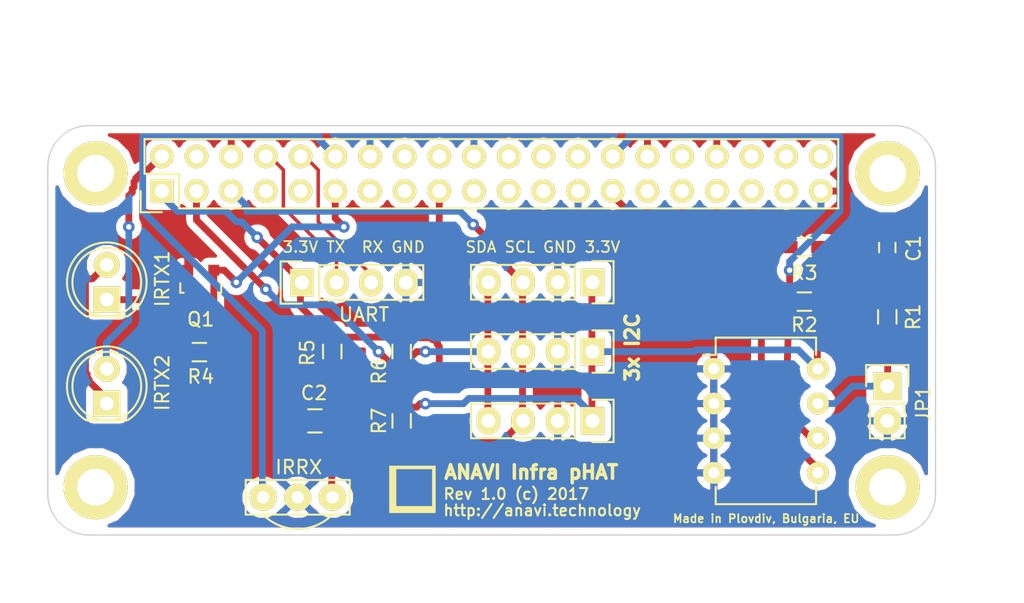
<source format=kicad_pcb>
(kicad_pcb (version 4) (host pcbnew 4.0.4+dfsg1-stable)

  (general
    (links 59)
    (no_connects 2)
    (area 136.817429 66.3 225.182572 110.000001)
    (thickness 1.6)
    (drawings 21)
    (tracks 239)
    (zones 0)
    (modules 25)
    (nets 36)
  )

  (page A4)
  (title_block
    (title "Anavi Infra pHAT")
    (date 2017-01-21)
    (company "Anavi Technology")
  )

  (layers
    (0 F.Cu signal)
    (31 B.Cu signal)
    (32 B.Adhes user)
    (33 F.Adhes user)
    (34 B.Paste user)
    (35 F.Paste user)
    (36 B.SilkS user hide)
    (37 F.SilkS user)
    (38 B.Mask user)
    (39 F.Mask user)
    (40 Dwgs.User user)
    (41 Cmts.User user)
    (42 Eco1.User user hide)
    (43 Eco2.User user hide)
    (44 Edge.Cuts user)
    (45 Margin user)
    (46 B.CrtYd user)
    (47 F.CrtYd user)
    (48 B.Fab user hide)
    (49 F.Fab user hide)
  )

  (setup
    (last_trace_width 0.5)
    (user_trace_width 0.254)
    (user_trace_width 0.5)
    (user_trace_width 0.754)
    (trace_clearance 0.254)
    (zone_clearance 0.508)
    (zone_45_only no)
    (trace_min 0.25)
    (segment_width 0.2)
    (edge_width 0.1)
    (via_size 0.85)
    (via_drill 0.4)
    (via_min_size 0.4)
    (via_min_drill 0.3)
    (uvia_size 0.35)
    (uvia_drill 0.1)
    (uvias_allowed no)
    (uvia_min_size 0.2)
    (uvia_min_drill 0.1)
    (pcb_text_width 0.3)
    (pcb_text_size 1.5 1.5)
    (mod_edge_width 0.15)
    (mod_text_size 1 1)
    (mod_text_width 0.15)
    (pad_size 4.7 4.7)
    (pad_drill 2.7)
    (pad_to_mask_clearance 0)
    (aux_axis_origin 0 0)
    (visible_elements FFFEFFFF)
    (pcbplotparams
      (layerselection 0x010e0_80000001)
      (usegerberextensions true)
      (excludeedgelayer true)
      (linewidth 0.100000)
      (plotframeref false)
      (viasonmask false)
      (mode 1)
      (useauxorigin false)
      (hpglpennumber 1)
      (hpglpenspeed 20)
      (hpglpendiameter 15)
      (hpglpenoverlay 2)
      (psnegative false)
      (psa4output false)
      (plotreference true)
      (plotvalue true)
      (plotinvisibletext false)
      (padsonsilk false)
      (subtractmaskfromsilk false)
      (outputformat 1)
      (mirror false)
      (drillshape 0)
      (scaleselection 1)
      (outputdirectory plots/rev-1.0/))
  )

  (net 0 "")
  (net 1 +3V3)
  (net 2 GND)
  (net 3 "Net-(C2-Pad1)")
  (net 4 "Net-(IRTX1-Pad2)")
  (net 5 +5V)
  (net 6 "Net-(JP1-Pad1)")
  (net 7 "Net-(Q1-Pad1)")
  (net 8 "Net-(R2-Pad2)")
  (net 9 "Net-(R3-Pad2)")
  (net 10 "Net-(R6-Pad2)")
  (net 11 "Net-(R7-Pad2)")
  (net 12 /TXD)
  (net 13 /RXD)
  (net 14 "Net-(IRRX1-Pad1)")
  (net 15 "Net-(IRTX1-Pad1)")
  (net 16 "Net-(RASP_CONN1-Pad7)")
  (net 17 "Net-(RASP_CONN1-Pad13)")
  (net 18 "Net-(RASP_CONN1-Pad15)")
  (net 19 "Net-(RASP_CONN1-Pad16)")
  (net 20 "Net-(RASP_CONN1-Pad18)")
  (net 21 "Net-(RASP_CONN1-Pad19)")
  (net 22 "Net-(RASP_CONN1-Pad21)")
  (net 23 "Net-(RASP_CONN1-Pad22)")
  (net 24 "Net-(RASP_CONN1-Pad23)")
  (net 25 "Net-(RASP_CONN1-Pad24)")
  (net 26 "Net-(RASP_CONN1-Pad26)")
  (net 27 "Net-(RASP_CONN1-Pad29)")
  (net 28 "Net-(RASP_CONN1-Pad31)")
  (net 29 "Net-(RASP_CONN1-Pad32)")
  (net 30 "Net-(RASP_CONN1-Pad33)")
  (net 31 "Net-(RASP_CONN1-Pad35)")
  (net 32 "Net-(RASP_CONN1-Pad36)")
  (net 33 "Net-(RASP_CONN1-Pad37)")
  (net 34 "Net-(RASP_CONN1-Pad38)")
  (net 35 "Net-(RASP_CONN1-Pad40)")

  (net_class Default "This is the default net class."
    (clearance 0.254)
    (trace_width 0.5)
    (via_dia 0.85)
    (via_drill 0.4)
    (uvia_dia 0.35)
    (uvia_drill 0.1)
    (add_net +3V3)
    (add_net +5V)
    (add_net /RXD)
    (add_net /TXD)
    (add_net GND)
    (add_net "Net-(C2-Pad1)")
    (add_net "Net-(IRRX1-Pad1)")
    (add_net "Net-(IRTX1-Pad1)")
    (add_net "Net-(IRTX1-Pad2)")
    (add_net "Net-(JP1-Pad1)")
    (add_net "Net-(Q1-Pad1)")
    (add_net "Net-(R2-Pad2)")
    (add_net "Net-(R3-Pad2)")
    (add_net "Net-(R6-Pad2)")
    (add_net "Net-(R7-Pad2)")
    (add_net "Net-(RASP_CONN1-Pad13)")
    (add_net "Net-(RASP_CONN1-Pad15)")
    (add_net "Net-(RASP_CONN1-Pad16)")
    (add_net "Net-(RASP_CONN1-Pad18)")
    (add_net "Net-(RASP_CONN1-Pad19)")
    (add_net "Net-(RASP_CONN1-Pad21)")
    (add_net "Net-(RASP_CONN1-Pad22)")
    (add_net "Net-(RASP_CONN1-Pad23)")
    (add_net "Net-(RASP_CONN1-Pad24)")
    (add_net "Net-(RASP_CONN1-Pad26)")
    (add_net "Net-(RASP_CONN1-Pad29)")
    (add_net "Net-(RASP_CONN1-Pad31)")
    (add_net "Net-(RASP_CONN1-Pad32)")
    (add_net "Net-(RASP_CONN1-Pad33)")
    (add_net "Net-(RASP_CONN1-Pad35)")
    (add_net "Net-(RASP_CONN1-Pad36)")
    (add_net "Net-(RASP_CONN1-Pad37)")
    (add_net "Net-(RASP_CONN1-Pad38)")
    (add_net "Net-(RASP_CONN1-Pad40)")
    (add_net "Net-(RASP_CONN1-Pad7)")
  )

  (net_class vcc ""
    (clearance 0.254)
    (trace_width 1.5)
    (via_dia 0.85)
    (via_drill 0.4)
    (uvia_dia 0.35)
    (uvia_drill 0.1)
  )

  (module Capacitors_SMD:C_0603_HandSoldering (layer F.Cu) (tedit 5884D9A0) (tstamp 58831703)
    (at 209.97 83.94 90)
    (descr "Capacitor SMD 0603, hand soldering")
    (tags "capacitor 0603")
    (path /56FB5967)
    (attr smd)
    (fp_text reference C1 (at -0.06 1.93 90) (layer F.SilkS)
      (effects (font (size 1 1) (thickness 0.15)))
    )
    (fp_text value 0.1 (at 0 1.9 90) (layer F.Fab)
      (effects (font (size 1 1) (thickness 0.15)))
    )
    (fp_line (start -1.85 -0.75) (end 1.85 -0.75) (layer F.CrtYd) (width 0.05))
    (fp_line (start -1.85 0.75) (end 1.85 0.75) (layer F.CrtYd) (width 0.05))
    (fp_line (start -1.85 -0.75) (end -1.85 0.75) (layer F.CrtYd) (width 0.05))
    (fp_line (start 1.85 -0.75) (end 1.85 0.75) (layer F.CrtYd) (width 0.05))
    (fp_line (start -0.35 -0.6) (end 0.35 -0.6) (layer F.SilkS) (width 0.15))
    (fp_line (start 0.35 0.6) (end -0.35 0.6) (layer F.SilkS) (width 0.15))
    (pad 1 smd rect (at -0.95 0 90) (size 1.2 0.75) (layers F.Cu F.Paste F.Mask)
      (net 1 +3V3))
    (pad 2 smd rect (at 0.95 0 90) (size 1.2 0.75) (layers F.Cu F.Paste F.Mask)
      (net 2 GND))
    (model Capacitors_SMD.3dshapes/C_0603_HandSoldering.wrl
      (at (xyz 0 0 0))
      (scale (xyz 1 1 1))
      (rotate (xyz 0 0 0))
    )
  )

  (module Capacitors_SMD:C_0805_HandSoldering (layer F.Cu) (tedit 58853621) (tstamp 58831709)
    (at 168.06 96.64 180)
    (descr "Capacitor SMD 0805, hand soldering")
    (tags "capacitor 0805")
    (path /56FCE773)
    (attr smd)
    (fp_text reference C2 (at 0.06 2.04 180) (layer F.SilkS)
      (effects (font (size 1 1) (thickness 0.15)))
    )
    (fp_text value 4.7 (at 0 2.1 180) (layer F.Fab)
      (effects (font (size 1 1) (thickness 0.15)))
    )
    (fp_line (start -2.3 -1) (end 2.3 -1) (layer F.CrtYd) (width 0.05))
    (fp_line (start -2.3 1) (end 2.3 1) (layer F.CrtYd) (width 0.05))
    (fp_line (start -2.3 -1) (end -2.3 1) (layer F.CrtYd) (width 0.05))
    (fp_line (start 2.3 -1) (end 2.3 1) (layer F.CrtYd) (width 0.05))
    (fp_line (start 0.5 -0.85) (end -0.5 -0.85) (layer F.SilkS) (width 0.15))
    (fp_line (start -0.5 0.85) (end 0.5 0.85) (layer F.SilkS) (width 0.15))
    (pad 1 smd rect (at -1.25 0 180) (size 1.5 1.25) (layers F.Cu F.Paste F.Mask)
      (net 3 "Net-(C2-Pad1)"))
    (pad 2 smd rect (at 1.25 0 180) (size 1.5 1.25) (layers F.Cu F.Paste F.Mask)
      (net 2 GND))
    (model Capacitors_SMD.3dshapes/C_0805_HandSoldering.wrl
      (at (xyz 0 0 0))
      (scale (xyz 1 1 1))
      (rotate (xyz 0 0 0))
    )
  )

  (module LEDs:LED-5MM (layer F.Cu) (tedit 5884D686) (tstamp 5883170F)
    (at 152.82 87.75 90)
    (descr "LED 5mm round vertical")
    (tags "LED 5mm round vertical")
    (path /56FCCD5F)
    (fp_text reference IRTX1 (at 1.524 4.064 90) (layer F.SilkS)
      (effects (font (size 1 1) (thickness 0.15)))
    )
    (fp_text value L-53F3BT (at 1.524 -3.937 90) (layer F.Fab)
      (effects (font (size 1 1) (thickness 0.15)))
    )
    (fp_line (start -1.5 -1.55) (end -1.5 1.55) (layer F.CrtYd) (width 0.05))
    (fp_arc (start 1.3 0) (end -1.5 1.55) (angle -302) (layer F.CrtYd) (width 0.05))
    (fp_arc (start 1.27 0) (end -1.23 -1.5) (angle 297.5) (layer F.SilkS) (width 0.15))
    (fp_line (start -1.23 1.5) (end -1.23 -1.5) (layer F.SilkS) (width 0.15))
    (fp_circle (center 1.27 0) (end 0.97 -2.5) (layer F.SilkS) (width 0.15))
    (fp_text user K (at -1.905 1.905 90) (layer F.SilkS) hide
      (effects (font (size 1 1) (thickness 0.15)))
    )
    (pad 1 thru_hole rect (at 0 0 180) (size 2 1.9) (drill 1.00076) (layers *.Cu *.Mask F.SilkS)
      (net 15 "Net-(IRTX1-Pad1)"))
    (pad 2 thru_hole circle (at 2.54 0 90) (size 1.9 1.9) (drill 1.00076) (layers *.Cu *.Mask F.SilkS)
      (net 4 "Net-(IRTX1-Pad2)"))
    (model LEDs.3dshapes/LED-5MM.wrl
      (at (xyz 0.05 0 0))
      (scale (xyz 1 1 1))
      (rotate (xyz 0 0 90))
    )
  )

  (module LEDs:LED-5MM (layer F.Cu) (tedit 5884D68F) (tstamp 58831715)
    (at 152.82 95.37 90)
    (descr "LED 5mm round vertical")
    (tags "LED 5mm round vertical")
    (path /5882BE41)
    (fp_text reference IRTX2 (at 1.524 4.064 90) (layer F.SilkS)
      (effects (font (size 1 1) (thickness 0.15)))
    )
    (fp_text value L-53F3BT (at 1.524 -3.937 90) (layer F.Fab)
      (effects (font (size 1 1) (thickness 0.15)))
    )
    (fp_line (start -1.5 -1.55) (end -1.5 1.55) (layer F.CrtYd) (width 0.05))
    (fp_arc (start 1.3 0) (end -1.5 1.55) (angle -302) (layer F.CrtYd) (width 0.05))
    (fp_arc (start 1.27 0) (end -1.23 -1.5) (angle 297.5) (layer F.SilkS) (width 0.15))
    (fp_line (start -1.23 1.5) (end -1.23 -1.5) (layer F.SilkS) (width 0.15))
    (fp_circle (center 1.27 0) (end 0.97 -2.5) (layer F.SilkS) (width 0.15))
    (fp_text user K (at -1.905 1.905 90) (layer F.SilkS) hide
      (effects (font (size 1 1) (thickness 0.15)))
    )
    (pad 1 thru_hole rect (at 0 0 180) (size 2 1.9) (drill 1.00076) (layers *.Cu *.Mask F.SilkS)
      (net 4 "Net-(IRTX1-Pad2)"))
    (pad 2 thru_hole circle (at 2.54 0 90) (size 1.9 1.9) (drill 1.00076) (layers *.Cu *.Mask F.SilkS)
      (net 5 +5V))
    (model LEDs.3dshapes/LED-5MM.wrl
      (at (xyz 0.05 0 0))
      (scale (xyz 1 1 1))
      (rotate (xyz 0 0 90))
    )
  )

  (module Pin_Headers:Pin_Header_Straight_1x02 (layer F.Cu) (tedit 5884D9A6) (tstamp 5883171B)
    (at 209.97 94.1)
    (descr "Through hole pin header")
    (tags "pin header")
    (path /570C5478)
    (fp_text reference JP1 (at 2.63 1.3 90) (layer F.SilkS)
      (effects (font (size 1 1) (thickness 0.15)))
    )
    (fp_text value JUMPER (at 0 -3.1) (layer F.Fab)
      (effects (font (size 1 1) (thickness 0.15)))
    )
    (fp_line (start 1.27 1.27) (end 1.27 3.81) (layer F.SilkS) (width 0.15))
    (fp_line (start 1.55 -1.55) (end 1.55 0) (layer F.SilkS) (width 0.15))
    (fp_line (start -1.75 -1.75) (end -1.75 4.3) (layer F.CrtYd) (width 0.05))
    (fp_line (start 1.75 -1.75) (end 1.75 4.3) (layer F.CrtYd) (width 0.05))
    (fp_line (start -1.75 -1.75) (end 1.75 -1.75) (layer F.CrtYd) (width 0.05))
    (fp_line (start -1.75 4.3) (end 1.75 4.3) (layer F.CrtYd) (width 0.05))
    (fp_line (start 1.27 1.27) (end -1.27 1.27) (layer F.SilkS) (width 0.15))
    (fp_line (start -1.55 0) (end -1.55 -1.55) (layer F.SilkS) (width 0.15))
    (fp_line (start -1.55 -1.55) (end 1.55 -1.55) (layer F.SilkS) (width 0.15))
    (fp_line (start -1.27 1.27) (end -1.27 3.81) (layer F.SilkS) (width 0.15))
    (fp_line (start -1.27 3.81) (end 1.27 3.81) (layer F.SilkS) (width 0.15))
    (pad 1 thru_hole rect (at 0 0) (size 2.032 2.032) (drill 1.016) (layers *.Cu *.Mask F.SilkS)
      (net 6 "Net-(JP1-Pad1)"))
    (pad 2 thru_hole oval (at 0 2.54) (size 2.032 2.032) (drill 1.016) (layers *.Cu *.Mask F.SilkS)
      (net 2 GND))
    (model Pin_Headers.3dshapes/Pin_Header_Straight_1x02.wrl
      (at (xyz 0 -0.05 0))
      (scale (xyz 1 1 1))
      (rotate (xyz 0 0 90))
    )
  )

  (module TO_SOT_Packages_SMD:SOT-23 (layer F.Cu) (tedit 58853600) (tstamp 58831722)
    (at 159.7 86.6 180)
    (descr "SOT-23, Standard")
    (tags SOT-23)
    (path /570BF19F)
    (attr smd)
    (fp_text reference Q1 (at 0 -2.6 180) (layer F.SilkS)
      (effects (font (size 1 1) (thickness 0.15)))
    )
    (fp_text value BC817 (at 0 2.3 180) (layer F.Fab)
      (effects (font (size 1 1) (thickness 0.15)))
    )
    (fp_line (start -1.65 -1.6) (end 1.65 -1.6) (layer F.CrtYd) (width 0.05))
    (fp_line (start 1.65 -1.6) (end 1.65 1.6) (layer F.CrtYd) (width 0.05))
    (fp_line (start 1.65 1.6) (end -1.65 1.6) (layer F.CrtYd) (width 0.05))
    (fp_line (start -1.65 1.6) (end -1.65 -1.6) (layer F.CrtYd) (width 0.05))
    (fp_line (start 1.29916 -0.65024) (end 1.2509 -0.65024) (layer F.SilkS) (width 0.15))
    (fp_line (start -1.49982 0.0508) (end -1.49982 -0.65024) (layer F.SilkS) (width 0.15))
    (fp_line (start -1.49982 -0.65024) (end -1.2509 -0.65024) (layer F.SilkS) (width 0.15))
    (fp_line (start 1.29916 -0.65024) (end 1.49982 -0.65024) (layer F.SilkS) (width 0.15))
    (fp_line (start 1.49982 -0.65024) (end 1.49982 0.0508) (layer F.SilkS) (width 0.15))
    (pad 1 smd rect (at -0.95 1.00076 180) (size 0.8001 0.8001) (layers F.Cu F.Paste F.Mask)
      (net 7 "Net-(Q1-Pad1)"))
    (pad 2 smd rect (at 0.95 1.00076 180) (size 0.8001 0.8001) (layers F.Cu F.Paste F.Mask)
      (net 2 GND))
    (pad 3 smd rect (at 0 -0.99822 180) (size 0.8001 0.8001) (layers F.Cu F.Paste F.Mask)
      (net 15 "Net-(IRTX1-Pad1)"))
    (model TO_SOT_Packages_SMD.3dshapes/SOT-23.wrl
      (at (xyz 0 0 0))
      (scale (xyz 1 1 1))
      (rotate (xyz 0 0 0))
    )
  )

  (module Resistors_SMD:R_0603_HandSoldering (layer F.Cu) (tedit 5418A00F) (tstamp 58831728)
    (at 209.97 89.02 270)
    (descr "Resistor SMD 0603, hand soldering")
    (tags "resistor 0603")
    (path /56FB57DD)
    (attr smd)
    (fp_text reference R1 (at 0 -1.9 270) (layer F.SilkS)
      (effects (font (size 1 1) (thickness 0.15)))
    )
    (fp_text value 1K (at 0 1.9 270) (layer F.Fab)
      (effects (font (size 1 1) (thickness 0.15)))
    )
    (fp_line (start -2 -0.8) (end 2 -0.8) (layer F.CrtYd) (width 0.05))
    (fp_line (start -2 0.8) (end 2 0.8) (layer F.CrtYd) (width 0.05))
    (fp_line (start -2 -0.8) (end -2 0.8) (layer F.CrtYd) (width 0.05))
    (fp_line (start 2 -0.8) (end 2 0.8) (layer F.CrtYd) (width 0.05))
    (fp_line (start 0.5 0.675) (end -0.5 0.675) (layer F.SilkS) (width 0.15))
    (fp_line (start -0.5 -0.675) (end 0.5 -0.675) (layer F.SilkS) (width 0.15))
    (pad 1 smd rect (at -1.1 0 270) (size 1.2 0.9) (layers F.Cu F.Paste F.Mask)
      (net 1 +3V3))
    (pad 2 smd rect (at 1.1 0 270) (size 1.2 0.9) (layers F.Cu F.Paste F.Mask)
      (net 6 "Net-(JP1-Pad1)"))
    (model Resistors_SMD.3dshapes/R_0603_HandSoldering.wrl
      (at (xyz 0 0 0))
      (scale (xyz 1 1 1))
      (rotate (xyz 0 0 0))
    )
  )

  (module Resistors_SMD:R_0603_HandSoldering (layer F.Cu) (tedit 58853611) (tstamp 5883172E)
    (at 203.9 87.9 180)
    (descr "Resistor SMD 0603, hand soldering")
    (tags "resistor 0603")
    (path /56FB589D)
    (attr smd)
    (fp_text reference R2 (at 0 -1.7 180) (layer F.SilkS)
      (effects (font (size 1 1) (thickness 0.15)))
    )
    (fp_text value 4.7K (at 0 1.9 180) (layer F.Fab)
      (effects (font (size 1 1) (thickness 0.15)))
    )
    (fp_line (start -2 -0.8) (end 2 -0.8) (layer F.CrtYd) (width 0.05))
    (fp_line (start -2 0.8) (end 2 0.8) (layer F.CrtYd) (width 0.05))
    (fp_line (start -2 -0.8) (end -2 0.8) (layer F.CrtYd) (width 0.05))
    (fp_line (start 2 -0.8) (end 2 0.8) (layer F.CrtYd) (width 0.05))
    (fp_line (start 0.5 0.675) (end -0.5 0.675) (layer F.SilkS) (width 0.15))
    (fp_line (start -0.5 -0.675) (end 0.5 -0.675) (layer F.SilkS) (width 0.15))
    (pad 1 smd rect (at -1.1 0 180) (size 1.2 0.9) (layers F.Cu F.Paste F.Mask)
      (net 1 +3V3))
    (pad 2 smd rect (at 1.1 0 180) (size 1.2 0.9) (layers F.Cu F.Paste F.Mask)
      (net 8 "Net-(R2-Pad2)"))
    (model Resistors_SMD.3dshapes/R_0603_HandSoldering.wrl
      (at (xyz 0 0 0))
      (scale (xyz 1 1 1))
      (rotate (xyz 0 0 0))
    )
  )

  (module Resistors_SMD:R_0603_HandSoldering (layer F.Cu) (tedit 5418A00F) (tstamp 58831734)
    (at 203.9 83.9 180)
    (descr "Resistor SMD 0603, hand soldering")
    (tags "resistor 0603")
    (path /56FB5912)
    (attr smd)
    (fp_text reference R3 (at 0 -1.9 180) (layer F.SilkS)
      (effects (font (size 1 1) (thickness 0.15)))
    )
    (fp_text value 4.7K (at 0 1.9 180) (layer F.Fab)
      (effects (font (size 1 1) (thickness 0.15)))
    )
    (fp_line (start -2 -0.8) (end 2 -0.8) (layer F.CrtYd) (width 0.05))
    (fp_line (start -2 0.8) (end 2 0.8) (layer F.CrtYd) (width 0.05))
    (fp_line (start -2 -0.8) (end -2 0.8) (layer F.CrtYd) (width 0.05))
    (fp_line (start 2 -0.8) (end 2 0.8) (layer F.CrtYd) (width 0.05))
    (fp_line (start 0.5 0.675) (end -0.5 0.675) (layer F.SilkS) (width 0.15))
    (fp_line (start -0.5 -0.675) (end 0.5 -0.675) (layer F.SilkS) (width 0.15))
    (pad 1 smd rect (at -1.1 0 180) (size 1.2 0.9) (layers F.Cu F.Paste F.Mask)
      (net 1 +3V3))
    (pad 2 smd rect (at 1.1 0 180) (size 1.2 0.9) (layers F.Cu F.Paste F.Mask)
      (net 9 "Net-(R3-Pad2)"))
    (model Resistors_SMD.3dshapes/R_0603_HandSoldering.wrl
      (at (xyz 0 0 0))
      (scale (xyz 1 1 1))
      (rotate (xyz 0 0 0))
    )
  )

  (module Resistors_SMD:R_0603_HandSoldering (layer F.Cu) (tedit 588535F6) (tstamp 5883173A)
    (at 159.6 91.6)
    (descr "Resistor SMD 0603, hand soldering")
    (tags "resistor 0603")
    (path /570BEF32)
    (attr smd)
    (fp_text reference R4 (at 0.1 1.8) (layer F.SilkS)
      (effects (font (size 1 1) (thickness 0.15)))
    )
    (fp_text value 10K (at 0 1.9) (layer F.Fab)
      (effects (font (size 1 1) (thickness 0.15)))
    )
    (fp_line (start -2 -0.8) (end 2 -0.8) (layer F.CrtYd) (width 0.05))
    (fp_line (start -2 0.8) (end 2 0.8) (layer F.CrtYd) (width 0.05))
    (fp_line (start -2 -0.8) (end -2 0.8) (layer F.CrtYd) (width 0.05))
    (fp_line (start 2 -0.8) (end 2 0.8) (layer F.CrtYd) (width 0.05))
    (fp_line (start 0.5 0.675) (end -0.5 0.675) (layer F.SilkS) (width 0.15))
    (fp_line (start -0.5 -0.675) (end 0.5 -0.675) (layer F.SilkS) (width 0.15))
    (pad 1 smd rect (at -1.1 0) (size 1.2 0.9) (layers F.Cu F.Paste F.Mask)
      (net 2 GND))
    (pad 2 smd rect (at 1.1 0) (size 1.2 0.9) (layers F.Cu F.Paste F.Mask)
      (net 7 "Net-(Q1-Pad1)"))
    (model Resistors_SMD.3dshapes/R_0603_HandSoldering.wrl
      (at (xyz 0 0 0))
      (scale (xyz 1 1 1))
      (rotate (xyz 0 0 0))
    )
  )

  (module Resistors_SMD:R_0603_HandSoldering (layer F.Cu) (tedit 5884D6A9) (tstamp 58831740)
    (at 169.33 91.56 270)
    (descr "Resistor SMD 0603, hand soldering")
    (tags "resistor 0603")
    (path /56FCE3CD)
    (attr smd)
    (fp_text reference R5 (at 0.09 1.83 270) (layer F.SilkS)
      (effects (font (size 1 1) (thickness 0.15)))
    )
    (fp_text value 470 (at 0 1.9 270) (layer F.Fab)
      (effects (font (size 1 1) (thickness 0.15)))
    )
    (fp_line (start -2 -0.8) (end 2 -0.8) (layer F.CrtYd) (width 0.05))
    (fp_line (start -2 0.8) (end 2 0.8) (layer F.CrtYd) (width 0.05))
    (fp_line (start -2 -0.8) (end -2 0.8) (layer F.CrtYd) (width 0.05))
    (fp_line (start 2 -0.8) (end 2 0.8) (layer F.CrtYd) (width 0.05))
    (fp_line (start 0.5 0.675) (end -0.5 0.675) (layer F.SilkS) (width 0.15))
    (fp_line (start -0.5 -0.675) (end 0.5 -0.675) (layer F.SilkS) (width 0.15))
    (pad 1 smd rect (at -1.1 0 270) (size 1.2 0.9) (layers F.Cu F.Paste F.Mask)
      (net 1 +3V3))
    (pad 2 smd rect (at 1.1 0 270) (size 1.2 0.9) (layers F.Cu F.Paste F.Mask)
      (net 3 "Net-(C2-Pad1)"))
    (model Resistors_SMD.3dshapes/R_0603_HandSoldering.wrl
      (at (xyz 0 0 0))
      (scale (xyz 1 1 1))
      (rotate (xyz 0 0 0))
    )
  )

  (module Resistors_SMD:R_0603_HandSoldering (layer F.Cu) (tedit 5884D71D) (tstamp 58831746)
    (at 174.41 91.56 270)
    (descr "Resistor SMD 0603, hand soldering")
    (tags "resistor 0603")
    (path /570C0762)
    (attr smd)
    (fp_text reference R6 (at 1.44 1.66 270) (layer F.SilkS)
      (effects (font (size 1 1) (thickness 0.15)))
    )
    (fp_text value 4.7K (at 0 1.9 270) (layer F.Fab)
      (effects (font (size 1 1) (thickness 0.15)))
    )
    (fp_line (start -2 -0.8) (end 2 -0.8) (layer F.CrtYd) (width 0.05))
    (fp_line (start -2 0.8) (end 2 0.8) (layer F.CrtYd) (width 0.05))
    (fp_line (start -2 -0.8) (end -2 0.8) (layer F.CrtYd) (width 0.05))
    (fp_line (start 2 -0.8) (end 2 0.8) (layer F.CrtYd) (width 0.05))
    (fp_line (start 0.5 0.675) (end -0.5 0.675) (layer F.SilkS) (width 0.15))
    (fp_line (start -0.5 -0.675) (end 0.5 -0.675) (layer F.SilkS) (width 0.15))
    (pad 1 smd rect (at -1.1 0 270) (size 1.2 0.9) (layers F.Cu F.Paste F.Mask)
      (net 1 +3V3))
    (pad 2 smd rect (at 1.1 0 270) (size 1.2 0.9) (layers F.Cu F.Paste F.Mask)
      (net 10 "Net-(R6-Pad2)"))
    (model Resistors_SMD.3dshapes/R_0603_HandSoldering.wrl
      (at (xyz 0 0 0))
      (scale (xyz 1 1 1))
      (rotate (xyz 0 0 0))
    )
  )

  (module Resistors_SMD:R_0603_HandSoldering (layer F.Cu) (tedit 5884D718) (tstamp 5883174C)
    (at 174.41 96.64 270)
    (descr "Resistor SMD 0603, hand soldering")
    (tags "resistor 0603")
    (path /570C0BD5)
    (attr smd)
    (fp_text reference R7 (at 0.01 1.66 270) (layer F.SilkS)
      (effects (font (size 1 1) (thickness 0.15)))
    )
    (fp_text value 4.7K (at 0 1.9 270) (layer F.Fab)
      (effects (font (size 1 1) (thickness 0.15)))
    )
    (fp_line (start -2 -0.8) (end 2 -0.8) (layer F.CrtYd) (width 0.05))
    (fp_line (start -2 0.8) (end 2 0.8) (layer F.CrtYd) (width 0.05))
    (fp_line (start -2 -0.8) (end -2 0.8) (layer F.CrtYd) (width 0.05))
    (fp_line (start 2 -0.8) (end 2 0.8) (layer F.CrtYd) (width 0.05))
    (fp_line (start 0.5 0.675) (end -0.5 0.675) (layer F.SilkS) (width 0.15))
    (fp_line (start -0.5 -0.675) (end 0.5 -0.675) (layer F.SilkS) (width 0.15))
    (pad 1 smd rect (at -1.1 0 270) (size 1.2 0.9) (layers F.Cu F.Paste F.Mask)
      (net 1 +3V3))
    (pad 2 smd rect (at 1.1 0 270) (size 1.2 0.9) (layers F.Cu F.Paste F.Mask)
      (net 11 "Net-(R7-Pad2)"))
    (model Resistors_SMD.3dshapes/R_0603_HandSoldering.wrl
      (at (xyz 0 0 0))
      (scale (xyz 1 1 1))
      (rotate (xyz 0 0 0))
    )
  )

  (module Pin_Headers:Pin_Header_Straight_2x20 (layer F.Cu) (tedit 5884D67E) (tstamp 58831778)
    (at 156.85 79.8 90)
    (descr "Through hole pin header")
    (tags "pin header")
    (path /56FB7C7A)
    (fp_text reference RASP_CONN1 (at 0 -5.1 90) (layer F.SilkS) hide
      (effects (font (size 1 1) (thickness 0.15)))
    )
    (fp_text value Raspberry_PI (at 0 -3.1 90) (layer F.Fab)
      (effects (font (size 1 1) (thickness 0.15)))
    )
    (fp_line (start -1.75 -1.75) (end -1.75 50.05) (layer F.CrtYd) (width 0.05))
    (fp_line (start 4.3 -1.75) (end 4.3 50.05) (layer F.CrtYd) (width 0.05))
    (fp_line (start -1.75 -1.75) (end 4.3 -1.75) (layer F.CrtYd) (width 0.05))
    (fp_line (start -1.75 50.05) (end 4.3 50.05) (layer F.CrtYd) (width 0.05))
    (fp_line (start 3.81 49.53) (end 3.81 -1.27) (layer F.SilkS) (width 0.15))
    (fp_line (start -1.27 1.27) (end -1.27 49.53) (layer F.SilkS) (width 0.15))
    (fp_line (start 3.81 49.53) (end -1.27 49.53) (layer F.SilkS) (width 0.15))
    (fp_line (start 3.81 -1.27) (end 1.27 -1.27) (layer F.SilkS) (width 0.15))
    (fp_line (start 0 -1.55) (end -1.55 -1.55) (layer F.SilkS) (width 0.15))
    (fp_line (start 1.27 -1.27) (end 1.27 1.27) (layer F.SilkS) (width 0.15))
    (fp_line (start 1.27 1.27) (end -1.27 1.27) (layer F.SilkS) (width 0.15))
    (fp_line (start -1.55 -1.55) (end -1.55 0) (layer F.SilkS) (width 0.15))
    (pad 1 thru_hole rect (at 0 0 90) (size 1.7272 1.7272) (drill 1.016) (layers *.Cu *.Mask F.SilkS)
      (net 1 +3V3))
    (pad 2 thru_hole oval (at 2.54 0 90) (size 1.7272 1.7272) (drill 1.016) (layers *.Cu *.Mask F.SilkS)
      (net 5 +5V))
    (pad 3 thru_hole oval (at 0 2.54 90) (size 1.7272 1.7272) (drill 1.016) (layers *.Cu *.Mask F.SilkS)
      (net 10 "Net-(R6-Pad2)"))
    (pad 4 thru_hole oval (at 2.54 2.54 90) (size 1.7272 1.7272) (drill 1.016) (layers *.Cu *.Mask F.SilkS)
      (net 5 +5V))
    (pad 5 thru_hole oval (at 0 5.08 90) (size 1.7272 1.7272) (drill 1.016) (layers *.Cu *.Mask F.SilkS)
      (net 11 "Net-(R7-Pad2)"))
    (pad 6 thru_hole oval (at 2.54 5.08 90) (size 1.7272 1.7272) (drill 1.016) (layers *.Cu *.Mask F.SilkS)
      (net 2 GND))
    (pad 7 thru_hole oval (at 0 7.62 90) (size 1.7272 1.7272) (drill 1.016) (layers *.Cu *.Mask F.SilkS)
      (net 16 "Net-(RASP_CONN1-Pad7)"))
    (pad 8 thru_hole oval (at 2.54 7.62 90) (size 1.7272 1.7272) (drill 1.016) (layers *.Cu *.Mask F.SilkS)
      (net 12 /TXD))
    (pad 9 thru_hole oval (at 0 10.16 90) (size 1.7272 1.7272) (drill 1.016) (layers *.Cu *.Mask F.SilkS)
      (net 2 GND))
    (pad 10 thru_hole oval (at 2.54 10.16 90) (size 1.7272 1.7272) (drill 1.016) (layers *.Cu *.Mask F.SilkS)
      (net 13 /RXD))
    (pad 11 thru_hole oval (at 0 12.7 90) (size 1.7272 1.7272) (drill 1.016) (layers *.Cu *.Mask F.SilkS)
      (net 7 "Net-(Q1-Pad1)"))
    (pad 12 thru_hole oval (at 2.54 12.7 90) (size 1.7272 1.7272) (drill 1.016) (layers *.Cu *.Mask F.SilkS)
      (net 14 "Net-(IRRX1-Pad1)"))
    (pad 13 thru_hole oval (at 0 15.24 90) (size 1.7272 1.7272) (drill 1.016) (layers *.Cu *.Mask F.SilkS)
      (net 17 "Net-(RASP_CONN1-Pad13)"))
    (pad 14 thru_hole oval (at 2.54 15.24 90) (size 1.7272 1.7272) (drill 1.016) (layers *.Cu *.Mask F.SilkS)
      (net 2 GND))
    (pad 15 thru_hole oval (at 0 17.78 90) (size 1.7272 1.7272) (drill 1.016) (layers *.Cu *.Mask F.SilkS)
      (net 18 "Net-(RASP_CONN1-Pad15)"))
    (pad 16 thru_hole oval (at 2.54 17.78 90) (size 1.7272 1.7272) (drill 1.016) (layers *.Cu *.Mask F.SilkS)
      (net 19 "Net-(RASP_CONN1-Pad16)"))
    (pad 17 thru_hole oval (at 0 20.32 90) (size 1.7272 1.7272) (drill 1.016) (layers *.Cu *.Mask F.SilkS)
      (net 1 +3V3))
    (pad 18 thru_hole oval (at 2.54 20.32 90) (size 1.7272 1.7272) (drill 1.016) (layers *.Cu *.Mask F.SilkS)
      (net 20 "Net-(RASP_CONN1-Pad18)"))
    (pad 19 thru_hole oval (at 0 22.86 90) (size 1.7272 1.7272) (drill 1.016) (layers *.Cu *.Mask F.SilkS)
      (net 21 "Net-(RASP_CONN1-Pad19)"))
    (pad 20 thru_hole oval (at 2.54 22.86 90) (size 1.7272 1.7272) (drill 1.016) (layers *.Cu *.Mask F.SilkS)
      (net 2 GND))
    (pad 21 thru_hole oval (at 0 25.4 90) (size 1.7272 1.7272) (drill 1.016) (layers *.Cu *.Mask F.SilkS)
      (net 22 "Net-(RASP_CONN1-Pad21)"))
    (pad 22 thru_hole oval (at 2.54 25.4 90) (size 1.7272 1.7272) (drill 1.016) (layers *.Cu *.Mask F.SilkS)
      (net 23 "Net-(RASP_CONN1-Pad22)"))
    (pad 23 thru_hole oval (at 0 27.94 90) (size 1.7272 1.7272) (drill 1.016) (layers *.Cu *.Mask F.SilkS)
      (net 24 "Net-(RASP_CONN1-Pad23)"))
    (pad 24 thru_hole oval (at 2.54 27.94 90) (size 1.7272 1.7272) (drill 1.016) (layers *.Cu *.Mask F.SilkS)
      (net 25 "Net-(RASP_CONN1-Pad24)"))
    (pad 25 thru_hole oval (at 0 30.48 90) (size 1.7272 1.7272) (drill 1.016) (layers *.Cu *.Mask F.SilkS)
      (net 2 GND))
    (pad 26 thru_hole oval (at 2.54 30.48 90) (size 1.7272 1.7272) (drill 1.016) (layers *.Cu *.Mask F.SilkS)
      (net 26 "Net-(RASP_CONN1-Pad26)"))
    (pad 27 thru_hole oval (at 0 33.02 90) (size 1.7272 1.7272) (drill 1.016) (layers *.Cu *.Mask F.SilkS)
      (net 9 "Net-(R3-Pad2)"))
    (pad 28 thru_hole oval (at 2.54 33.02 90) (size 1.7272 1.7272) (drill 1.016) (layers *.Cu *.Mask F.SilkS)
      (net 8 "Net-(R2-Pad2)"))
    (pad 29 thru_hole oval (at 0 35.56 90) (size 1.7272 1.7272) (drill 1.016) (layers *.Cu *.Mask F.SilkS)
      (net 27 "Net-(RASP_CONN1-Pad29)"))
    (pad 30 thru_hole oval (at 2.54 35.56 90) (size 1.7272 1.7272) (drill 1.016) (layers *.Cu *.Mask F.SilkS)
      (net 2 GND))
    (pad 31 thru_hole oval (at 0 38.1 90) (size 1.7272 1.7272) (drill 1.016) (layers *.Cu *.Mask F.SilkS)
      (net 28 "Net-(RASP_CONN1-Pad31)"))
    (pad 32 thru_hole oval (at 2.54 38.1 90) (size 1.7272 1.7272) (drill 1.016) (layers *.Cu *.Mask F.SilkS)
      (net 29 "Net-(RASP_CONN1-Pad32)"))
    (pad 33 thru_hole oval (at 0 40.64 90) (size 1.7272 1.7272) (drill 1.016) (layers *.Cu *.Mask F.SilkS)
      (net 30 "Net-(RASP_CONN1-Pad33)"))
    (pad 34 thru_hole oval (at 2.54 40.64 90) (size 1.7272 1.7272) (drill 1.016) (layers *.Cu *.Mask F.SilkS)
      (net 2 GND))
    (pad 35 thru_hole oval (at 0 43.18 90) (size 1.7272 1.7272) (drill 1.016) (layers *.Cu *.Mask F.SilkS)
      (net 31 "Net-(RASP_CONN1-Pad35)"))
    (pad 36 thru_hole oval (at 2.54 43.18 90) (size 1.7272 1.7272) (drill 1.016) (layers *.Cu *.Mask F.SilkS)
      (net 32 "Net-(RASP_CONN1-Pad36)"))
    (pad 37 thru_hole oval (at 0 45.72 90) (size 1.7272 1.7272) (drill 1.016) (layers *.Cu *.Mask F.SilkS)
      (net 33 "Net-(RASP_CONN1-Pad37)"))
    (pad 38 thru_hole oval (at 2.54 45.72 90) (size 1.7272 1.7272) (drill 1.016) (layers *.Cu *.Mask F.SilkS)
      (net 34 "Net-(RASP_CONN1-Pad38)"))
    (pad 39 thru_hole oval (at 0 48.26 90) (size 1.7272 1.7272) (drill 1.016) (layers *.Cu *.Mask F.SilkS)
      (net 2 GND))
    (pad 40 thru_hole oval (at 2.54 48.26 90) (size 1.7272 1.7272) (drill 1.016) (layers *.Cu *.Mask F.SilkS)
      (net 35 "Net-(RASP_CONN1-Pad40)"))
    (model Pin_Headers.3dshapes/Pin_Header_Straight_2x20.wrl
      (at (xyz 0.05 -0.95 0))
      (scale (xyz 1 1 1))
      (rotate (xyz 0 0 90))
    )
  )

  (module Pin_Headers:Pin_Header_Straight_1x04 (layer F.Cu) (tedit 5884D61F) (tstamp 58831780)
    (at 188.38 96.64 270)
    (descr "Through hole pin header")
    (tags "pin header")
    (path /5704A9C3)
    (fp_text reference SENS1 (at 0 -5.1 270) (layer F.SilkS) hide
      (effects (font (size 1 1) (thickness 0.15)))
    )
    (fp_text value I2C_SENS_1 (at 0 -3.1 270) (layer F.Fab)
      (effects (font (size 1 1) (thickness 0.15)))
    )
    (fp_line (start -1.75 -1.75) (end -1.75 9.4) (layer F.CrtYd) (width 0.05))
    (fp_line (start 1.75 -1.75) (end 1.75 9.4) (layer F.CrtYd) (width 0.05))
    (fp_line (start -1.75 -1.75) (end 1.75 -1.75) (layer F.CrtYd) (width 0.05))
    (fp_line (start -1.75 9.4) (end 1.75 9.4) (layer F.CrtYd) (width 0.05))
    (fp_line (start -1.27 1.27) (end -1.27 8.89) (layer F.SilkS) (width 0.15))
    (fp_line (start 1.27 1.27) (end 1.27 8.89) (layer F.SilkS) (width 0.15))
    (fp_line (start 1.55 -1.55) (end 1.55 0) (layer F.SilkS) (width 0.15))
    (fp_line (start -1.27 8.89) (end 1.27 8.89) (layer F.SilkS) (width 0.15))
    (fp_line (start 1.27 1.27) (end -1.27 1.27) (layer F.SilkS) (width 0.15))
    (fp_line (start -1.55 0) (end -1.55 -1.55) (layer F.SilkS) (width 0.15))
    (fp_line (start -1.55 -1.55) (end 1.55 -1.55) (layer F.SilkS) (width 0.15))
    (pad 1 thru_hole rect (at 0 0 270) (size 2.032 1.7272) (drill 1.016) (layers *.Cu *.Mask F.SilkS)
      (net 1 +3V3))
    (pad 2 thru_hole oval (at 0 2.54 270) (size 2.032 1.7272) (drill 1.016) (layers *.Cu *.Mask F.SilkS)
      (net 2 GND))
    (pad 3 thru_hole oval (at 0 5.08 270) (size 2.032 1.7272) (drill 1.016) (layers *.Cu *.Mask F.SilkS)
      (net 11 "Net-(R7-Pad2)"))
    (pad 4 thru_hole oval (at 0 7.62 270) (size 2.032 1.7272) (drill 1.016) (layers *.Cu *.Mask F.SilkS)
      (net 10 "Net-(R6-Pad2)"))
    (model Pin_Headers.3dshapes/Pin_Header_Straight_1x04.wrl
      (at (xyz 0 -0.15 0))
      (scale (xyz 1 1 1))
      (rotate (xyz 0 0 90))
    )
  )

  (module Pin_Headers:Pin_Header_Straight_1x04 (layer F.Cu) (tedit 5884D629) (tstamp 58831788)
    (at 188.38 91.56 270)
    (descr "Through hole pin header")
    (tags "pin header")
    (path /5752A123)
    (fp_text reference SENS2 (at 0 -5.1 270) (layer F.SilkS) hide
      (effects (font (size 1 1) (thickness 0.15)))
    )
    (fp_text value I2C_SENS_1 (at 0 -3.1 270) (layer F.Fab)
      (effects (font (size 1 1) (thickness 0.15)))
    )
    (fp_line (start -1.75 -1.75) (end -1.75 9.4) (layer F.CrtYd) (width 0.05))
    (fp_line (start 1.75 -1.75) (end 1.75 9.4) (layer F.CrtYd) (width 0.05))
    (fp_line (start -1.75 -1.75) (end 1.75 -1.75) (layer F.CrtYd) (width 0.05))
    (fp_line (start -1.75 9.4) (end 1.75 9.4) (layer F.CrtYd) (width 0.05))
    (fp_line (start -1.27 1.27) (end -1.27 8.89) (layer F.SilkS) (width 0.15))
    (fp_line (start 1.27 1.27) (end 1.27 8.89) (layer F.SilkS) (width 0.15))
    (fp_line (start 1.55 -1.55) (end 1.55 0) (layer F.SilkS) (width 0.15))
    (fp_line (start -1.27 8.89) (end 1.27 8.89) (layer F.SilkS) (width 0.15))
    (fp_line (start 1.27 1.27) (end -1.27 1.27) (layer F.SilkS) (width 0.15))
    (fp_line (start -1.55 0) (end -1.55 -1.55) (layer F.SilkS) (width 0.15))
    (fp_line (start -1.55 -1.55) (end 1.55 -1.55) (layer F.SilkS) (width 0.15))
    (pad 1 thru_hole rect (at 0 0 270) (size 2.032 1.7272) (drill 1.016) (layers *.Cu *.Mask F.SilkS)
      (net 1 +3V3))
    (pad 2 thru_hole oval (at 0 2.54 270) (size 2.032 1.7272) (drill 1.016) (layers *.Cu *.Mask F.SilkS)
      (net 2 GND))
    (pad 3 thru_hole oval (at 0 5.08 270) (size 2.032 1.7272) (drill 1.016) (layers *.Cu *.Mask F.SilkS)
      (net 11 "Net-(R7-Pad2)"))
    (pad 4 thru_hole oval (at 0 7.62 270) (size 2.032 1.7272) (drill 1.016) (layers *.Cu *.Mask F.SilkS)
      (net 10 "Net-(R6-Pad2)"))
    (model Pin_Headers.3dshapes/Pin_Header_Straight_1x04.wrl
      (at (xyz 0 -0.15 0))
      (scale (xyz 1 1 1))
      (rotate (xyz 0 0 90))
    )
  )

  (module Pin_Headers:Pin_Header_Straight_1x04 (layer F.Cu) (tedit 5884D632) (tstamp 58831790)
    (at 188.38 86.48 270)
    (descr "Through hole pin header")
    (tags "pin header")
    (path /5752A2F7)
    (fp_text reference SENS3 (at 0 -5.1 270) (layer F.SilkS) hide
      (effects (font (size 1 1) (thickness 0.15)))
    )
    (fp_text value I2C_SENS_1 (at 0 -3.1 270) (layer F.Fab)
      (effects (font (size 1 1) (thickness 0.15)))
    )
    (fp_line (start -1.75 -1.75) (end -1.75 9.4) (layer F.CrtYd) (width 0.05))
    (fp_line (start 1.75 -1.75) (end 1.75 9.4) (layer F.CrtYd) (width 0.05))
    (fp_line (start -1.75 -1.75) (end 1.75 -1.75) (layer F.CrtYd) (width 0.05))
    (fp_line (start -1.75 9.4) (end 1.75 9.4) (layer F.CrtYd) (width 0.05))
    (fp_line (start -1.27 1.27) (end -1.27 8.89) (layer F.SilkS) (width 0.15))
    (fp_line (start 1.27 1.27) (end 1.27 8.89) (layer F.SilkS) (width 0.15))
    (fp_line (start 1.55 -1.55) (end 1.55 0) (layer F.SilkS) (width 0.15))
    (fp_line (start -1.27 8.89) (end 1.27 8.89) (layer F.SilkS) (width 0.15))
    (fp_line (start 1.27 1.27) (end -1.27 1.27) (layer F.SilkS) (width 0.15))
    (fp_line (start -1.55 0) (end -1.55 -1.55) (layer F.SilkS) (width 0.15))
    (fp_line (start -1.55 -1.55) (end 1.55 -1.55) (layer F.SilkS) (width 0.15))
    (pad 1 thru_hole rect (at 0 0 270) (size 2.032 1.7272) (drill 1.016) (layers *.Cu *.Mask F.SilkS)
      (net 1 +3V3))
    (pad 2 thru_hole oval (at 0 2.54 270) (size 2.032 1.7272) (drill 1.016) (layers *.Cu *.Mask F.SilkS)
      (net 2 GND))
    (pad 3 thru_hole oval (at 0 5.08 270) (size 2.032 1.7272) (drill 1.016) (layers *.Cu *.Mask F.SilkS)
      (net 11 "Net-(R7-Pad2)"))
    (pad 4 thru_hole oval (at 0 7.62 270) (size 2.032 1.7272) (drill 1.016) (layers *.Cu *.Mask F.SilkS)
      (net 10 "Net-(R6-Pad2)"))
    (model Pin_Headers.3dshapes/Pin_Header_Straight_1x04.wrl
      (at (xyz 0 -0.15 0))
      (scale (xyz 1 1 1))
      (rotate (xyz 0 0 90))
    )
  )

  (module Housings_DIP:DIP-8_W7.62mm (layer F.Cu) (tedit 5884D6F1) (tstamp 5883179C)
    (at 197.27 92.83)
    (descr "8-lead dip package, row spacing 7.62 mm (300 mils)")
    (tags "dil dip 2.54 300")
    (path /56FB5761)
    (fp_text reference U1 (at 0 -5.22) (layer F.SilkS) hide
      (effects (font (size 1 1) (thickness 0.15)))
    )
    (fp_text value CAT24C32WI-GT3 (at 0 -3.72) (layer F.Fab)
      (effects (font (size 1 1) (thickness 0.15)))
    )
    (fp_line (start -1.05 -2.45) (end -1.05 10.1) (layer F.CrtYd) (width 0.05))
    (fp_line (start 8.65 -2.45) (end 8.65 10.1) (layer F.CrtYd) (width 0.05))
    (fp_line (start -1.05 -2.45) (end 8.65 -2.45) (layer F.CrtYd) (width 0.05))
    (fp_line (start -1.05 10.1) (end 8.65 10.1) (layer F.CrtYd) (width 0.05))
    (fp_line (start 0.135 -2.295) (end 0.135 -1.025) (layer F.SilkS) (width 0.15))
    (fp_line (start 7.485 -2.295) (end 7.485 -1.025) (layer F.SilkS) (width 0.15))
    (fp_line (start 7.485 9.915) (end 7.485 8.645) (layer F.SilkS) (width 0.15))
    (fp_line (start 0.135 9.915) (end 0.135 8.645) (layer F.SilkS) (width 0.15))
    (fp_line (start 0.135 -2.295) (end 7.485 -2.295) (layer F.SilkS) (width 0.15))
    (fp_line (start 0.135 9.915) (end 7.485 9.915) (layer F.SilkS) (width 0.15))
    (fp_line (start 0.135 -1.025) (end -0.8 -1.025) (layer F.SilkS) (width 0.15))
    (pad 1 thru_hole oval (at 0 0) (size 1.6 1.6) (drill 0.8) (layers *.Cu *.Mask F.SilkS)
      (net 2 GND))
    (pad 2 thru_hole oval (at 0 2.54) (size 1.6 1.6) (drill 0.8) (layers *.Cu *.Mask F.SilkS)
      (net 2 GND))
    (pad 3 thru_hole oval (at 0 5.08) (size 1.6 1.6) (drill 0.8) (layers *.Cu *.Mask F.SilkS)
      (net 2 GND))
    (pad 4 thru_hole oval (at 0 7.62) (size 1.6 1.6) (drill 0.8) (layers *.Cu *.Mask F.SilkS)
      (net 2 GND))
    (pad 5 thru_hole oval (at 7.62 7.62) (size 1.6 1.6) (drill 0.8) (layers *.Cu *.Mask F.SilkS)
      (net 9 "Net-(R3-Pad2)"))
    (pad 6 thru_hole oval (at 7.62 5.08) (size 1.6 1.6) (drill 0.8) (layers *.Cu *.Mask F.SilkS)
      (net 8 "Net-(R2-Pad2)"))
    (pad 7 thru_hole oval (at 7.62 2.54) (size 1.6 1.6) (drill 0.8) (layers *.Cu *.Mask F.SilkS)
      (net 6 "Net-(JP1-Pad1)"))
    (pad 8 thru_hole oval (at 7.62 0) (size 1.6 1.6) (drill 0.8) (layers *.Cu *.Mask F.SilkS)
      (net 1 +3V3))
    (model Housings_DIP.3dshapes/DIP-8_W7.62mm.wrl
      (at (xyz 0 0 0))
      (scale (xyz 1 1 1))
      (rotate (xyz 0 0 0))
    )
  )

  (module Pin_Headers:Pin_Header_Straight_1x04 (layer F.Cu) (tedit 5884D66E) (tstamp 588317A4)
    (at 167.1 86.5 90)
    (descr "Through hole pin header")
    (tags "pin header")
    (path /574EB04E)
    (fp_text reference UART (at -2.35 4.55 180) (layer F.SilkS)
      (effects (font (size 1 1) (thickness 0.15)))
    )
    (fp_text value CONN_01X04 (at 0 -3.1 90) (layer F.Fab)
      (effects (font (size 1 1) (thickness 0.15)))
    )
    (fp_line (start -1.75 -1.75) (end -1.75 9.4) (layer F.CrtYd) (width 0.05))
    (fp_line (start 1.75 -1.75) (end 1.75 9.4) (layer F.CrtYd) (width 0.05))
    (fp_line (start -1.75 -1.75) (end 1.75 -1.75) (layer F.CrtYd) (width 0.05))
    (fp_line (start -1.75 9.4) (end 1.75 9.4) (layer F.CrtYd) (width 0.05))
    (fp_line (start -1.27 1.27) (end -1.27 8.89) (layer F.SilkS) (width 0.15))
    (fp_line (start 1.27 1.27) (end 1.27 8.89) (layer F.SilkS) (width 0.15))
    (fp_line (start 1.55 -1.55) (end 1.55 0) (layer F.SilkS) (width 0.15))
    (fp_line (start -1.27 8.89) (end 1.27 8.89) (layer F.SilkS) (width 0.15))
    (fp_line (start 1.27 1.27) (end -1.27 1.27) (layer F.SilkS) (width 0.15))
    (fp_line (start -1.55 0) (end -1.55 -1.55) (layer F.SilkS) (width 0.15))
    (fp_line (start -1.55 -1.55) (end 1.55 -1.55) (layer F.SilkS) (width 0.15))
    (pad 1 thru_hole rect (at 0 0 90) (size 2.032 1.7272) (drill 1.016) (layers *.Cu *.Mask F.SilkS)
      (net 1 +3V3))
    (pad 2 thru_hole oval (at 0 2.54 90) (size 2.032 1.7272) (drill 1.016) (layers *.Cu *.Mask F.SilkS)
      (net 12 /TXD))
    (pad 3 thru_hole oval (at 0 5.08 90) (size 2.032 1.7272) (drill 1.016) (layers *.Cu *.Mask F.SilkS)
      (net 13 /RXD))
    (pad 4 thru_hole oval (at 0 7.62 90) (size 2.032 1.7272) (drill 1.016) (layers *.Cu *.Mask F.SilkS)
      (net 2 GND))
    (model Pin_Headers.3dshapes/Pin_Header_Straight_1x04.wrl
      (at (xyz 0 -0.15 0))
      (scale (xyz 1 1 1))
      (rotate (xyz 0 0 90))
    )
  )

  (module myfootprint:TSOP38X (layer F.Cu) (tedit 58853631) (tstamp 588323BD)
    (at 166.8 99.7)
    (path /56FCDD28)
    (fp_text reference IRRX (at 0.074 0.339) (layer F.SilkS)
      (effects (font (size 1 1) (thickness 0.15)))
    )
    (fp_text value TSOP34838 (at 0 -0.5) (layer F.Fab)
      (effects (font (size 1 1) (thickness 0.15)))
    )
    (fp_arc (start 0 1.27) (end 2.54 3.81) (angle 90) (layer F.SilkS) (width 0.15))
    (fp_line (start -3.81 1.27) (end 3.81 1.27) (layer F.SilkS) (width 0.15))
    (fp_line (start 3.81 1.27) (end 3.81 3.81) (layer F.SilkS) (width 0.15))
    (fp_line (start 3.81 3.81) (end -3.81 3.81) (layer F.SilkS) (width 0.15))
    (fp_line (start -3.81 3.81) (end -3.81 1.27) (layer F.SilkS) (width 0.15))
    (pad 1 thru_hole circle (at -2.54 2.54) (size 2 2) (drill 0.9) (layers *.Cu *.Mask F.SilkS)
      (net 14 "Net-(IRRX1-Pad1)"))
    (pad 2 thru_hole circle (at 0 2.54) (size 2 2) (drill 0.9) (layers *.Cu *.Mask F.SilkS)
      (net 2 GND))
    (pad 3 thru_hole circle (at 2.54 2.54) (size 2 2) (drill 0.9) (layers *.Cu *.Mask F.SilkS)
      (net 3 "Net-(C2-Pad1)"))
  )

  (module Mounting_Holes:MountingHole_2.7mm_M2.5_DIN965_Pad (layer F.Cu) (tedit 588331D4) (tstamp 588C38C3)
    (at 152 78.5)
    (descr "Mounting Hole 2.7mm, M2.5, DIN965")
    (tags "mounting hole 2.7mm m2.5 din965")
    (fp_text reference REF1 (at 0 -3.35) (layer F.SilkS) hide
      (effects (font (size 1 1) (thickness 0.15)))
    )
    (fp_text value MountingHole_2.7mm_M2.5_DIN965_Pad (at 0 3.35) (layer F.Fab)
      (effects (font (size 1 1) (thickness 0.15)))
    )
    (fp_circle (center 0 0) (end 2.35 0) (layer Cmts.User) (width 0.15))
    (fp_circle (center 0 0) (end 2.6 0) (layer F.CrtYd) (width 0.05))
    (pad 1 thru_hole circle (at 0 0) (size 4.7 4.7) (drill 2.7) (layers *.Cu *.Mask F.SilkS))
  )

  (module Mounting_Holes:MountingHole_2.7mm_M2.5_DIN965_Pad (layer F.Cu) (tedit 5884AECD) (tstamp 588C38D0)
    (at 210 78.5)
    (descr "Mounting Hole 2.7mm, M2.5, DIN965")
    (tags "mounting hole 2.7mm m2.5 din965")
    (fp_text reference REF2 (at 0 -3.35) (layer F.SilkS) hide
      (effects (font (size 1 1) (thickness 0.15)))
    )
    (fp_text value MountingHole_2.7mm_M2.5_DIN965_Pad (at 0 3.35) (layer F.Fab)
      (effects (font (size 1 1) (thickness 0.15)))
    )
    (fp_circle (center 0 0) (end 2.35 0) (layer Cmts.User) (width 0.15))
    (fp_circle (center 0 0) (end 2.6 0) (layer F.CrtYd) (width 0.05))
    (pad 2 thru_hole circle (at 0 0) (size 4.7 4.7) (drill 2.7) (layers *.Cu *.Mask F.SilkS))
  )

  (module Mounting_Holes:MountingHole_2.7mm_M2.5_DIN965_Pad (layer F.Cu) (tedit 5884AED3) (tstamp 588C398A)
    (at 210 101.5)
    (descr "Mounting Hole 2.7mm, M2.5, DIN965")
    (tags "mounting hole 2.7mm m2.5 din965")
    (fp_text reference REF3 (at 0 -3.35) (layer F.SilkS) hide
      (effects (font (size 1 1) (thickness 0.15)))
    )
    (fp_text value MountingHole_2.7mm_M2.5_DIN965_Pad (at 0 3.35) (layer F.Fab)
      (effects (font (size 1 1) (thickness 0.15)))
    )
    (fp_circle (center 0 0) (end 2.35 0) (layer Cmts.User) (width 0.15))
    (fp_circle (center 0 0) (end 2.6 0) (layer F.CrtYd) (width 0.05))
    (pad 3 thru_hole circle (at 0 0) (size 4.7 4.7) (drill 2.7) (layers *.Cu *.Mask F.SilkS))
  )

  (module Mounting_Holes:MountingHole_2.7mm_M2.5_DIN965_Pad (layer F.Cu) (tedit 5884AEDA) (tstamp 588C39A5)
    (at 152 101.5)
    (descr "Mounting Hole 2.7mm, M2.5, DIN965")
    (tags "mounting hole 2.7mm m2.5 din965")
    (fp_text reference REF4 (at 0 -3.35) (layer F.SilkS) hide
      (effects (font (size 1 1) (thickness 0.15)))
    )
    (fp_text value MountingHole_2.7mm_M2.5_DIN965_Pad (at 0 3.35) (layer F.Fab)
      (effects (font (size 1 1) (thickness 0.15)))
    )
    (fp_circle (center 0 0) (end 2.35 0) (layer Cmts.User) (width 0.15))
    (fp_circle (center 0 0) (end 2.6 0) (layer F.CrtYd) (width 0.05))
    (pad 4 thru_hole circle (at 0 0) (size 4.7 4.7) (drill 2.7) (layers *.Cu *.Mask F.SilkS))
  )

  (module logo:anavi-logo (layer F.Cu) (tedit 588538F6) (tstamp 58884B14)
    (at 175.2 101.7)
    (fp_text reference "" (at 0 0) (layer F.SilkS) hide
      (effects (font (thickness 0.3)))
    )
    (fp_text value LOGO (at 0.75 0) (layer F.SilkS) hide
      (effects (font (thickness 0.3)))
    )
    (fp_poly (pts (xy 1.693334 1.693334) (xy -1.693333 1.693334) (xy -1.693333 -1.524) (xy -1.185333 -1.524)
      (xy -1.185333 1.185334) (xy 1.439334 1.185334) (xy 1.439334 -1.524) (xy -1.185333 -1.524)
      (xy -1.693333 -1.524) (xy -1.693333 -1.778) (xy 1.693334 -1.778) (xy 1.693334 1.693334)) (layer F.SilkS) (width 0.01))
  )

  (gr_text "Rev 1.0 (c) 2017" (at 182.8 102) (layer F.SilkS)
    (effects (font (size 0.8 0.8) (thickness 0.15)))
  )
  (gr_text "3.3V TX  RX GND" (at 170.9 83.9) (layer F.SilkS)
    (effects (font (size 0.8 0.8) (thickness 0.125)))
  )
  (gr_text "3x I2C" (at 191.3 91.25 90) (layer F.SilkS)
    (effects (font (size 1 1) (thickness 0.25)))
  )
  (gr_text "SDA SCL GND 3.3V" (at 184.75 83.9) (layer F.SilkS)
    (effects (font (size 0.8 0.8) (thickness 0.125)))
  )
  (gr_text "Made in Plovdiv, Bulgaria, EU" (at 201.1 103.8) (layer F.SilkS)
    (effects (font (size 0.6 0.6) (thickness 0.125)))
  )
  (gr_text http://anavi.technology (at 184.7 103.2) (layer F.SilkS)
    (effects (font (size 0.8 0.8) (thickness 0.15)))
  )
  (gr_text "ANAVI Infra pHAT" (at 183.9 100.4) (layer F.SilkS)
    (effects (font (size 1 1) (thickness 0.25)))
  )
  (dimension 3.5 (width 0.3) (layer F.CrtYd)
    (gr_text "3.500 mm" (at 211.75 67.65) (layer F.CrtYd)
      (effects (font (size 1.5 1.5) (thickness 0.3)))
    )
    (feature1 (pts (xy 213.5 78.5) (xy 213.5 66.3)))
    (feature2 (pts (xy 210 78.5) (xy 210 66.3)))
    (crossbar (pts (xy 210 69) (xy 213.5 69)))
    (arrow1a (pts (xy 213.5 69) (xy 212.373496 69.586421)))
    (arrow1b (pts (xy 213.5 69) (xy 212.373496 68.413579)))
    (arrow2a (pts (xy 210 69) (xy 211.126504 69.586421)))
    (arrow2b (pts (xy 210 69) (xy 211.126504 68.413579)))
  )
  (gr_line (start 152 78.46) (end 152 77.46) (angle 90) (layer B.SilkS) (width 0.2))
  (gr_line (start 148.5011 102.0036) (end 148.5011 78.0036) (layer Edge.Cuts) (width 0.1))
  (gr_line (start 210.5011 105.0036) (end 151.5011 105.0036) (layer Edge.Cuts) (width 0.1))
  (gr_line (start 213.5011 78.0036) (end 213.5011 102.0036) (layer Edge.Cuts) (width 0.1))
  (gr_line (start 151.5011 75.0036) (end 210.5011 75.0036) (layer Edge.Cuts) (width 0.1))
  (gr_arc (start 151.5011 78.0036) (end 151.5011 75.0036) (angle -90) (layer Edge.Cuts) (width 0.1))
  (gr_circle (center 152.0011 77.5036) (end 152.0011 77.5036) (layer Edge.Cuts) (width 0.1))
  (gr_arc (start 210.5011 78.0036) (end 213.5011 78.0036) (angle -90) (layer Edge.Cuts) (width 0.1))
  (gr_circle (center 211.0011 77.5036) (end 211.0011 77.5036) (layer Edge.Cuts) (width 0.1))
  (gr_arc (start 210.5011 102.0036) (end 210.5011 105.0036) (angle -90) (layer Edge.Cuts) (width 0.1))
  (gr_circle (center 211.0011 101.5036) (end 211.0011 101.5036) (layer Edge.Cuts) (width 0.1))
  (gr_arc (start 151.5011 102.0036) (end 148.5011 102.0036) (angle -90) (layer Edge.Cuts) (width 0.1))
  (gr_circle (center 152.0011 101.5036) (end 152.0011 101.5036) (layer Edge.Cuts) (width 0.1))

  (segment (start 204.89 92.83) (end 204.851 92.837) (width 0.5) (layer B.Cu) (net 1) (status 80000))
  (segment (start 204.851 92.837) (end 203.454 91.44) (width 0.5) (layer B.Cu) (net 1) (status 80000))
  (segment (start 203.454 91.44) (end 195.961 91.44) (width 0.5) (layer B.Cu) (net 1) (status 80000))
  (segment (start 195.961 91.44) (end 195.834 91.567) (width 0.5) (layer B.Cu) (net 1) (status 80000))
  (segment (start 195.834 91.567) (end 188.341 91.567) (width 0.5) (layer B.Cu) (net 1) (status 80000))
  (segment (start 188.341 91.567) (end 188.38 91.56) (width 0.5) (layer B.Cu) (net 1) (tstamp 5884E733) (status 80000))
  (segment (start 205 87.9) (end 204.978 87.884) (width 0.5) (layer F.Cu) (net 1) (status 80000))
  (segment (start 204.978 87.884) (end 204.851 88.011) (width 0.5) (layer F.Cu) (net 1) (status 80000))
  (segment (start 204.851 88.011) (end 204.851 92.837) (width 0.5) (layer F.Cu) (net 1) (status 80000))
  (segment (start 204.851 92.837) (end 204.89 92.83) (width 0.5) (layer F.Cu) (net 1) (tstamp 5884E732) (status 80000))
  (segment (start 205 83.9) (end 205 87.9) (width 0.5) (layer F.Cu) (net 1))
  (segment (start 209.97 87.92) (end 205.02 87.92) (width 0.5) (layer F.Cu) (net 1))
  (segment (start 205.02 87.92) (end 205 87.9) (width 0.5) (layer F.Cu) (net 1) (tstamp 5884E683))
  (segment (start 174.41 90.46) (end 174.371 90.424) (width 0.5) (layer F.Cu) (net 1) (status 80000))
  (segment (start 174.371 90.424) (end 177.165 87.63) (width 0.5) (layer F.Cu) (net 1) (status 80000))
  (segment (start 177.165 87.63) (end 177.165 79.756) (width 0.5) (layer F.Cu) (net 1) (status 80000))
  (segment (start 177.165 79.756) (end 177.17 79.8) (width 0.5) (layer F.Cu) (net 1) (tstamp 5884E0C3) (status 80000))
  (segment (start 167.1 86.5) (end 167.132 86.487) (width 0.5) (layer F.Cu) (net 1) (status 80000))
  (segment (start 167.132 86.487) (end 163.83 83.185) (width 0.5) (layer F.Cu) (net 1) (status 80000))
  (via (at 163.83 83.185) (size 0.85) (layers F.Cu B.Cu) (net 1) (status 80000))
  (segment (start 163.83 83.185) (end 162.687 82.042) (width 0.5) (layer B.Cu) (net 1) (status 80000))
  (segment (start 162.687 82.042) (end 162.306 82.042) (width 0.5) (layer B.Cu) (net 1) (status 80000))
  (segment (start 162.306 82.042) (end 161.544 81.28) (width 0.5) (layer B.Cu) (net 1) (status 80000))
  (segment (start 161.544 81.28) (end 157.988 81.28) (width 0.5) (layer B.Cu) (net 1) (status 80000))
  (segment (start 157.988 81.28) (end 156.845 80.137) (width 0.5) (layer B.Cu) (net 1) (status 80000))
  (segment (start 156.845 80.137) (end 156.845 79.756) (width 0.5) (layer B.Cu) (net 1) (status 80000))
  (segment (start 156.845 79.756) (end 156.85 79.8) (width 0.5) (layer B.Cu) (net 1) (tstamp 5884E01D) (status 80000))
  (segment (start 188.38 96.64) (end 188.341 96.647) (width 0.5) (layer B.Cu) (net 1) (status 80000))
  (segment (start 188.341 96.647) (end 188.341 96.139) (width 0.5) (layer B.Cu) (net 1) (status 80000))
  (segment (start 188.341 96.139) (end 187.325 95.123) (width 0.5) (layer B.Cu) (net 1) (status 80000))
  (segment (start 187.325 95.123) (end 187.325 94.996) (width 0.5) (layer B.Cu) (net 1) (status 80000))
  (segment (start 187.325 94.996) (end 179.324 94.996) (width 0.5) (layer B.Cu) (net 1) (status 80000))
  (segment (start 179.324 94.996) (end 178.943 95.377) (width 0.5) (layer B.Cu) (net 1) (status 80000))
  (segment (start 178.943 95.377) (end 176.149 95.377) (width 0.5) (layer B.Cu) (net 1) (status 80000))
  (via (at 176.149 95.377) (size 0.85) (layers F.Cu B.Cu) (net 1) (status 80000))
  (segment (start 176.149 95.377) (end 175.768 95.377) (width 0.5) (layer F.Cu) (net 1) (status 80000))
  (segment (start 175.768 95.377) (end 175.514 95.631) (width 0.5) (layer F.Cu) (net 1) (status 80000))
  (segment (start 175.514 95.631) (end 174.498 95.631) (width 0.5) (layer F.Cu) (net 1) (status 80000))
  (segment (start 174.498 95.631) (end 174.371 95.504) (width 0.5) (layer F.Cu) (net 1) (status 80000))
  (segment (start 174.371 95.504) (end 174.41 95.54) (width 0.5) (layer F.Cu) (net 1) (tstamp 5884D8F1) (status 80000))
  (segment (start 174.41 95.54) (end 174.371 95.504) (width 0.5) (layer F.Cu) (net 1) (status 80000))
  (segment (start 174.371 95.504) (end 177.165 92.71) (width 0.5) (layer F.Cu) (net 1) (status 80000))
  (segment (start 177.165 92.71) (end 177.165 91.186) (width 0.5) (layer F.Cu) (net 1) (status 80000))
  (segment (start 177.165 91.186) (end 177.038 91.059) (width 0.5) (layer F.Cu) (net 1) (status 80000))
  (segment (start 177.038 91.059) (end 177.038 90.932) (width 0.5) (layer F.Cu) (net 1) (status 80000))
  (segment (start 177.038 90.932) (end 176.784 90.678) (width 0.5) (layer F.Cu) (net 1) (status 80000))
  (segment (start 176.784 90.678) (end 176.657 90.678) (width 0.5) (layer F.Cu) (net 1) (status 80000))
  (segment (start 176.657 90.678) (end 176.53 90.551) (width 0.5) (layer F.Cu) (net 1) (status 80000))
  (segment (start 176.53 90.551) (end 174.498 90.551) (width 0.5) (layer F.Cu) (net 1) (status 80000))
  (segment (start 174.498 90.551) (end 174.371 90.424) (width 0.5) (layer F.Cu) (net 1) (status 80000))
  (segment (start 174.371 90.424) (end 174.41 90.46) (width 0.5) (layer F.Cu) (net 1) (tstamp 5884D8F0) (status 80000))
  (segment (start 188.38 91.56) (end 188.341 91.567) (width 0.5) (layer F.Cu) (net 1) (status 80000))
  (segment (start 188.341 91.567) (end 188.341 96.647) (width 0.5) (layer F.Cu) (net 1) (status 80000))
  (segment (start 188.341 96.647) (end 188.38 96.64) (width 0.5) (layer F.Cu) (net 1) (tstamp 5884D4E4) (status 80000))
  (segment (start 205 87.9) (end 205.004 87.907) (width 0.5) (layer F.Cu) (net 1) (status 80030))
  (segment (start 188.341 86.487) (end 188.38 86.48) (width 0.5) (layer B.Cu) (net 1) (tstamp 5884D43E) (status 80000))
  (segment (start 188.38 86.48) (end 188.341 86.487) (width 0.5) (layer F.Cu) (net 1) (status 80000))
  (segment (start 188.341 86.487) (end 188.341 91.567) (width 0.5) (layer F.Cu) (net 1) (status 80000))
  (segment (start 188.341 91.567) (end 188.38 91.56) (width 0.5) (layer F.Cu) (net 1) (tstamp 5884D43D) (status 80000))
  (segment (start 169.33 90.46) (end 169.25 90.5) (width 0.5) (layer F.Cu) (net 1) (status 80000))
  (segment (start 169.25 90.5) (end 167 88.25) (width 0.5) (layer F.Cu) (net 1) (status 80000))
  (segment (start 167 88.25) (end 167 86.5) (width 0.5) (layer F.Cu) (net 1) (status 80000))
  (segment (start 167 86.5) (end 167.1 86.5) (width 0.5) (layer F.Cu) (net 1) (tstamp 5884CA97) (status 80000))
  (segment (start 174.41 90.46) (end 174.5 90.5) (width 0.5) (layer F.Cu) (net 1) (status 80000))
  (segment (start 174.5 90.5) (end 169.25 90.5) (width 0.5) (layer F.Cu) (net 1) (status 80000))
  (segment (start 169.25 90.5) (end 169.33 90.46) (width 0.5) (layer F.Cu) (net 1) (tstamp 5884CA96) (status 80000))
  (segment (start 209.97 87.92) (end 210 88) (width 0.5) (layer F.Cu) (net 1) (status 80000))
  (segment (start 205.03 87.92) (end 205 87.9) (width 0.5) (layer F.Cu) (net 1) (tstamp 5884C932) (status 80030))
  (segment (start 209.97 84.89) (end 210 85) (width 0.5) (layer F.Cu) (net 1) (status 80000))
  (segment (start 210 85) (end 210 88) (width 0.5) (layer F.Cu) (net 1) (status 80000))
  (segment (start 210 88) (end 209.97 87.92) (width 0.5) (layer F.Cu) (net 1) (tstamp 5884C930) (status 80000))
  (segment (start 205 87.9) (end 205.03 87.92) (width 0.5) (layer F.Cu) (net 1) (status 80030))
  (segment (start 205.03 87.92) (end 205.28 88.17) (width 0.5) (layer F.Cu) (net 1) (status 80030))
  (segment (start 205 92.75) (end 204.89 92.83) (width 0.5) (layer F.Cu) (net 1) (tstamp 5884C7E0) (status 80000))
  (segment (start 197.25 92.75) (end 197.27 92.83) (width 0.5) (layer B.Cu) (net 2) (tstamp 5884C7E2) (status 80000))
  (segment (start 197.27 95.37) (end 197.25 95.25) (width 0.5) (layer F.Cu) (net 2) (status 80000))
  (segment (start 197.25 95.25) (end 197.25 98) (width 0.5) (layer F.Cu) (net 2) (status 80000))
  (segment (start 197.25 98) (end 197.27 97.91) (width 0.5) (layer F.Cu) (net 2) (tstamp 5884C7DF) (status 80000))
  (segment (start 197.27 92.83) (end 197.25 92.75) (width 0.5) (layer F.Cu) (net 2) (status 80000))
  (segment (start 197.25 92.75) (end 197.25 95.25) (width 0.5) (layer F.Cu) (net 2) (status 80000))
  (segment (start 197.25 95.25) (end 197.27 95.37) (width 0.5) (layer F.Cu) (net 2) (tstamp 5884C7DE) (status 80000))
  (segment (start 197.27 97.91) (end 197.25 98) (width 0.5) (layer F.Cu) (net 2) (status 80000))
  (segment (start 197.25 98) (end 197.25 100.5) (width 0.5) (layer F.Cu) (net 2) (status 80000))
  (segment (start 197.25 100.5) (end 197.27 100.45) (width 0.5) (layer F.Cu) (net 2) (tstamp 5884C7DD) (status 80000))
  (segment (start 169.31 96.64) (end 169.291 96.647) (width 0.5) (layer F.Cu) (net 3) (status 80000))
  (segment (start 169.291 96.647) (end 169.291 102.235) (width 0.5) (layer F.Cu) (net 3) (status 80000))
  (segment (start 169.291 102.235) (end 169.34 102.24) (width 0.5) (layer F.Cu) (net 3) (tstamp 5885364C) (status 80000))
  (segment (start 169.31 96.64) (end 169.291 96.647) (width 0.5) (layer F.Cu) (net 3) (status 80000))
  (segment (start 169.301 102.247) (end 169.34 102.24) (width 0.5) (layer F.Cu) (net 3) (tstamp 5884DCDE) (status 80030))
  (segment (start 169.31 96.64) (end 169.25 96.75) (width 0.5) (layer F.Cu) (net 3) (status 80000))
  (segment (start 169.25 96.75) (end 169.25 92.75) (width 0.5) (layer F.Cu) (net 3) (status 80000))
  (segment (start 169.25 92.75) (end 169.33 92.66) (width 0.5) (layer F.Cu) (net 3) (tstamp 5884CA95) (status 80000))
  (segment (start 152.82 85.21) (end 152.781 85.217) (width 0.5) (layer F.Cu) (net 4) (status 80000))
  (segment (start 152.781 85.217) (end 151.765 86.233) (width 0.5) (layer F.Cu) (net 4) (status 80000))
  (segment (start 151.765 86.233) (end 151.257 86.233) (width 0.5) (layer F.Cu) (net 4) (status 80000))
  (segment (start 151.257 86.233) (end 151.257 93.091) (width 0.5) (layer F.Cu) (net 4) (status 80000))
  (segment (start 151.257 93.091) (end 151.384 93.218) (width 0.5) (layer F.Cu) (net 4) (status 80000))
  (segment (start 151.384 93.218) (end 151.384 93.472) (width 0.5) (layer F.Cu) (net 4) (status 80000))
  (segment (start 151.384 93.472) (end 151.511 93.599) (width 0.5) (layer F.Cu) (net 4) (status 80000))
  (segment (start 151.511 93.599) (end 151.511 93.726) (width 0.5) (layer F.Cu) (net 4) (status 80000))
  (segment (start 151.511 93.726) (end 152.781 94.996) (width 0.5) (layer F.Cu) (net 4) (status 80000))
  (segment (start 152.781 94.996) (end 152.781 95.377) (width 0.5) (layer F.Cu) (net 4) (status 80000))
  (segment (start 152.781 95.377) (end 152.82 95.37) (width 0.5) (layer F.Cu) (net 4) (tstamp 5884DE2A) (status 80000))
  (segment (start 156.85 77.26) (end 156.845 77.216) (width 0.5) (layer F.Cu) (net 5) (status 80000))
  (segment (start 156.845 77.216) (end 155.702 78.359) (width 0.5) (layer F.Cu) (net 5) (status 80000))
  (segment (start 155.702 78.359) (end 155.448 78.359) (width 0.5) (layer F.Cu) (net 5) (status 80000))
  (segment (start 155.448 78.359) (end 154.94 78.867) (width 0.5) (layer F.Cu) (net 5) (status 80000))
  (segment (start 154.94 78.867) (end 154.94 78.994) (width 0.5) (layer F.Cu) (net 5) (status 80000))
  (segment (start 154.94 78.994) (end 154.813 79.121) (width 0.5) (layer F.Cu) (net 5) (status 80000))
  (segment (start 154.813 79.121) (end 154.813 79.502) (width 0.5) (layer F.Cu) (net 5) (status 80000))
  (segment (start 154.813 79.502) (end 154.686 79.629) (width 0.5) (layer F.Cu) (net 5) (status 80000))
  (segment (start 154.686 79.629) (end 154.686 79.883) (width 0.5) (layer F.Cu) (net 5) (status 80000))
  (segment (start 154.686 79.883) (end 154.432 80.137) (width 0.5) (layer F.Cu) (net 5) (status 80000))
  (segment (start 154.432 80.137) (end 154.432 82.423) (width 0.5) (layer F.Cu) (net 5) (status 80000))
  (via (at 154.432 82.423) (size 0.85) (layers F.Cu B.Cu) (net 5) (status 80000))
  (segment (start 154.432 82.423) (end 154.432 89.281) (width 0.5) (layer B.Cu) (net 5) (status 80000))
  (segment (start 154.432 89.281) (end 152.781 90.932) (width 0.5) (layer B.Cu) (net 5) (status 80000))
  (segment (start 152.781 90.932) (end 152.781 92.837) (width 0.5) (layer B.Cu) (net 5) (status 80000))
  (segment (start 152.781 92.837) (end 152.82 92.83) (width 0.5) (layer B.Cu) (net 5) (tstamp 5884DED0) (status 80000))
  (segment (start 204.89 95.37) (end 206.13 95.37) (width 0.5) (layer B.Cu) (net 6))
  (segment (start 207.4 94.1) (end 209.97 94.1) (width 0.5) (layer B.Cu) (net 6) (tstamp 5884CAA7))
  (segment (start 206.13 95.37) (end 207.4 94.1) (width 0.5) (layer B.Cu) (net 6) (tstamp 5884CAA6))
  (segment (start 209.97 94.1) (end 210 94) (width 0.5) (layer F.Cu) (net 6) (status 80000))
  (segment (start 210 94) (end 210 90) (width 0.5) (layer F.Cu) (net 6) (status 80000))
  (segment (start 210 90) (end 209.97 90.12) (width 0.5) (layer F.Cu) (net 6) (tstamp 5884C931) (status 80000))
  (segment (start 204.89 95.37) (end 205 95.25) (width 0.5) (layer B.Cu) (net 6) (status 80000))
  (segment (start 210 94) (end 209.97 94.1) (width 0.5) (layer B.Cu) (net 6) (tstamp 5884C7E1) (status 80000))
  (segment (start 160.65 85.59924) (end 160.655 85.598) (width 0.5) (layer F.Cu) (net 7) (status 80000))
  (segment (start 160.655 85.598) (end 160.655 91.567) (width 0.5) (layer F.Cu) (net 7) (status 80000))
  (segment (start 160.655 91.567) (end 160.7 91.6) (width 0.5) (layer F.Cu) (net 7) (tstamp 588538D9) (status 80000))
  (segment (start 160.65 85.59924) (end 160.655 85.598) (width 0.5) (layer F.Cu) (net 7) (status 80000))
  (segment (start 160.655 85.598) (end 161.417 85.598) (width 0.5) (layer F.Cu) (net 7) (status 80000))
  (segment (start 161.417 85.598) (end 162.306 86.487) (width 0.5) (layer F.Cu) (net 7) (status 80000))
  (via (at 162.306 86.487) (size 0.85) (layers F.Cu B.Cu) (net 7) (status 80000))
  (segment (start 162.306 86.487) (end 166.37 82.423) (width 0.5) (layer B.Cu) (net 7) (status 80000))
  (segment (start 166.37 82.423) (end 170.18 82.423) (width 0.5) (layer B.Cu) (net 7) (status 80000))
  (via (at 170.18 82.423) (size 0.85) (layers F.Cu B.Cu) (net 7) (status 80000))
  (segment (start 170.18 82.423) (end 169.545 81.788) (width 0.5) (layer F.Cu) (net 7) (status 80000))
  (segment (start 169.545 81.788) (end 169.545 79.756) (width 0.5) (layer F.Cu) (net 7) (status 80000))
  (segment (start 169.545 79.756) (end 169.55 79.8) (width 0.5) (layer F.Cu) (net 7) (tstamp 5884DF77) (status 80000))
  (segment (start 160.65 85.59924) (end 160.655 85.598) (width 0.5) (layer F.Cu) (net 7) (status 80000))
  (segment (start 160.728 91.567) (end 160.7 91.6) (width 0.5) (layer F.Cu) (net 7) (tstamp 5884DF76) (status 80030))
  (segment (start 189.87 77.26) (end 189.865 77.216) (width 0.5) (layer B.Cu) (net 8) (status 80000))
  (segment (start 189.865 77.216) (end 191.008 76.073) (width 0.5) (layer B.Cu) (net 8) (status 80000))
  (segment (start 191.008 76.073) (end 191.008 75.819) (width 0.5) (layer B.Cu) (net 8) (status 80000))
  (segment (start 191.008 75.819) (end 206.502 75.819) (width 0.5) (layer B.Cu) (net 8) (status 80000))
  (segment (start 206.502 75.819) (end 206.502 81.28) (width 0.5) (layer B.Cu) (net 8) (status 80000))
  (segment (start 206.502 81.28) (end 202.819 84.963) (width 0.5) (layer B.Cu) (net 8) (status 80000))
  (segment (start 202.819 84.963) (end 202.819 85.598) (width 0.5) (layer B.Cu) (net 8) (status 80000))
  (via (at 202.819 85.598) (size 0.85) (layers F.Cu B.Cu) (net 8) (status 80000))
  (segment (start 202.819 85.598) (end 202.819 87.884) (width 0.5) (layer F.Cu) (net 8) (status 80000))
  (segment (start 202.819 87.884) (end 202.8 87.9) (width 0.5) (layer F.Cu) (net 8) (tstamp 5884E9C9) (status 80000))
  (segment (start 204.89 97.91) (end 204.41 97.91) (width 0.5) (layer F.Cu) (net 8))
  (segment (start 204.41 97.91) (end 202.52 96.02) (width 0.5) (layer F.Cu) (net 8) (tstamp 5884CAB9))
  (segment (start 202.52 96.02) (end 202.8 87.9) (width 0.5) (layer F.Cu) (net 8) (tstamp 5884CABA) (status 20))
  (segment (start 202.8 87.9) (end 203.03 88.17) (width 0.5) (layer F.Cu) (net 8) (status 80030))
  (segment (start 205 98) (end 204.89 97.91) (width 0.5) (layer F.Cu) (net 8) (tstamp 5884C7E3) (status 80000))
  (segment (start 202.8 83.9) (end 202.819 83.947) (width 0.5) (layer F.Cu) (net 9) (status 80000))
  (segment (start 202.819 83.947) (end 200.152 81.28) (width 0.5) (layer F.Cu) (net 9) (status 80000))
  (segment (start 200.152 81.28) (end 191.008 81.28) (width 0.5) (layer F.Cu) (net 9) (status 80000))
  (segment (start 191.008 81.28) (end 189.865 80.137) (width 0.5) (layer F.Cu) (net 9) (status 80000))
  (segment (start 189.865 80.137) (end 189.865 79.756) (width 0.5) (layer F.Cu) (net 9) (status 80000))
  (segment (start 189.865 79.756) (end 189.87 79.8) (width 0.5) (layer F.Cu) (net 9) (tstamp 5884E923) (status 80000))
  (segment (start 204.89 100.45) (end 204.89 100.14) (width 0.5) (layer F.Cu) (net 9))
  (segment (start 204.89 100.14) (end 200.75 96) (width 0.5) (layer F.Cu) (net 9) (tstamp 5884CAAD))
  (segment (start 200.75 84.44) (end 202.8 83.9) (width 0.5) (layer F.Cu) (net 9) (tstamp 5884CAB0) (status 20))
  (segment (start 200.75 96) (end 200.75 84.44) (width 0.5) (layer F.Cu) (net 9) (tstamp 5884CAAE))
  (segment (start 202.8 83.9) (end 202.78 83.98) (width 0.5) (layer F.Cu) (net 9) (status 80030))
  (segment (start 205 100.5) (end 204.89 100.45) (width 0.5) (layer F.Cu) (net 9) (tstamp 5884C7E4) (status 80000))
  (segment (start 180.76 86.48) (end 180.721 86.487) (width 0.5) (layer F.Cu) (net 10) (status 80000))
  (segment (start 180.721 86.487) (end 180.721 91.567) (width 0.5) (layer F.Cu) (net 10) (status 80000))
  (segment (start 180.721 91.567) (end 180.76 91.56) (width 0.5) (layer F.Cu) (net 10) (tstamp 5884DB90) (status 80000))
  (segment (start 180.76 91.56) (end 180.721 91.567) (width 0.5) (layer F.Cu) (net 10) (status 80000))
  (segment (start 180.721 91.567) (end 180.721 96.647) (width 0.5) (layer F.Cu) (net 10) (status 80000))
  (segment (start 180.721 96.647) (end 180.76 96.64) (width 0.5) (layer F.Cu) (net 10) (tstamp 5884DA43) (status 80000))
  (segment (start 174.41 92.66) (end 174.371 92.71) (width 0.5) (layer F.Cu) (net 10) (status 80000))
  (segment (start 174.371 92.71) (end 173.863 92.71) (width 0.5) (layer F.Cu) (net 10) (status 80000))
  (segment (start 173.863 92.71) (end 172.72 91.567) (width 0.5) (layer F.Cu) (net 10) (status 80000))
  (via (at 172.72 91.567) (size 0.85) (layers F.Cu B.Cu) (net 10) (status 80000))
  (segment (start 172.72 91.567) (end 169.291 88.138) (width 0.5) (layer B.Cu) (net 10) (status 80000))
  (segment (start 169.291 88.138) (end 165.608 88.138) (width 0.5) (layer B.Cu) (net 10) (status 80000))
  (segment (start 165.608 88.138) (end 164.465 86.995) (width 0.5) (layer B.Cu) (net 10) (status 80000))
  (via (at 164.465 86.995) (size 0.85) (layers F.Cu B.Cu) (net 10) (status 80000))
  (segment (start 164.465 86.995) (end 159.385 81.915) (width 0.5) (layer F.Cu) (net 10) (status 80000))
  (segment (start 159.385 81.915) (end 159.385 79.756) (width 0.5) (layer F.Cu) (net 10) (status 80000))
  (segment (start 159.385 79.756) (end 159.39 79.8) (width 0.5) (layer F.Cu) (net 10) (tstamp 5884D2C3) (status 80000))
  (segment (start 180.76 91.56) (end 180.721 91.567) (width 0.5) (layer B.Cu) (net 10) (status 80000))
  (segment (start 180.721 91.567) (end 176.149 91.567) (width 0.5) (layer B.Cu) (net 10) (status 80000))
  (via (at 176.149 91.567) (size 0.85) (layers F.Cu B.Cu) (net 10) (status 80000))
  (segment (start 176.149 91.567) (end 175.514 91.567) (width 0.5) (layer F.Cu) (net 10) (status 80000))
  (segment (start 175.514 91.567) (end 174.371 92.71) (width 0.5) (layer F.Cu) (net 10) (status 80000))
  (segment (start 174.371 92.71) (end 174.41 92.66) (width 0.5) (layer F.Cu) (net 10) (tstamp 5884D2C2) (status 80000))
  (segment (start 183.3 86.48) (end 183.261 86.487) (width 0.5) (layer F.Cu) (net 11) (status 80000))
  (segment (start 183.261 86.487) (end 182.245 85.471) (width 0.5) (layer F.Cu) (net 11) (status 80000))
  (segment (start 182.245 85.471) (end 182.245 84.836) (width 0.5) (layer F.Cu) (net 11) (status 80000))
  (segment (start 182.245 84.836) (end 179.65 82.25) (width 0.5) (layer F.Cu) (net 11) (status 80000))
  (via (at 179.65 82.25) (size 0.85) (layers F.Cu B.Cu) (net 11) (status 80000))
  (segment (start 179.65 82.25) (end 178.689 81.28) (width 0.5) (layer B.Cu) (net 11) (status 80000))
  (segment (start 178.689 81.28) (end 163.068 81.28) (width 0.5) (layer B.Cu) (net 11) (status 80000))
  (segment (start 163.068 81.28) (end 163.068 80.899) (width 0.5) (layer B.Cu) (net 11) (status 80000))
  (segment (start 163.068 80.899) (end 161.925 79.756) (width 0.5) (layer B.Cu) (net 11) (status 80000))
  (segment (start 161.925 79.756) (end 161.93 79.8) (width 0.5) (layer B.Cu) (net 11) (tstamp 5884DC38) (status 80000))
  (segment (start 183.3 86.48) (end 183.261 86.487) (width 0.5) (layer F.Cu) (net 11) (status 80000))
  (segment (start 183.261 86.487) (end 183.261 91.567) (width 0.5) (layer F.Cu) (net 11) (status 80000))
  (segment (start 183.261 91.567) (end 183.3 91.56) (width 0.5) (layer F.Cu) (net 11) (tstamp 5884DC37) (status 80000))
  (segment (start 183.3 91.56) (end 183.261 91.567) (width 0.5) (layer F.Cu) (net 11) (status 80000))
  (segment (start 183.261 91.567) (end 183.261 96.647) (width 0.5) (layer F.Cu) (net 11) (status 80000))
  (segment (start 183.261 96.647) (end 183.3 96.64) (width 0.5) (layer F.Cu) (net 11) (tstamp 5884DAE9) (status 80000))
  (segment (start 183.3 96.64) (end 183.261 96.647) (width 0.5) (layer F.Cu) (net 11) (status 80000))
  (segment (start 183.261 96.647) (end 182.245 97.663) (width 0.5) (layer F.Cu) (net 11) (status 80000))
  (segment (start 182.245 97.663) (end 182.245 98.171) (width 0.5) (layer F.Cu) (net 11) (status 80000))
  (segment (start 182.245 98.171) (end 179.324 98.171) (width 0.5) (layer F.Cu) (net 11) (status 80000))
  (segment (start 179.324 98.171) (end 178.943 97.79) (width 0.5) (layer F.Cu) (net 11) (status 80000))
  (segment (start 178.943 97.79) (end 174.371 97.79) (width 0.5) (layer F.Cu) (net 11) (status 80000))
  (segment (start 174.371 97.79) (end 174.41 97.74) (width 0.5) (layer F.Cu) (net 11) (tstamp 5884D998) (status 80000))
  (segment (start 164.47 77.26) (end 164.76 77.26) (width 0.254) (layer F.Cu) (net 12))
  (segment (start 164.76 77.26) (end 165.75 78.25) (width 0.254) (layer F.Cu) (net 12) (tstamp 5884CB6F))
  (segment (start 165.75 78.25) (end 165.75 81) (width 0.254) (layer F.Cu) (net 12) (tstamp 5884CB70))
  (segment (start 165.75 81) (end 169.64 84.89) (width 0.254) (layer F.Cu) (net 12) (tstamp 5884CB71))
  (segment (start 169.64 84.89) (end 169.64 86.5) (width 0.254) (layer F.Cu) (net 12) (tstamp 5884CB73))
  (segment (start 167.01 77.26) (end 167.31 77.26) (width 0.254) (layer F.Cu) (net 13))
  (segment (start 167.31 77.26) (end 168.3 78.25) (width 0.254) (layer F.Cu) (net 13) (tstamp 5884CB7D))
  (segment (start 168.3 78.25) (end 168.3 82.05) (width 0.254) (layer F.Cu) (net 13) (tstamp 5884CB7E))
  (segment (start 168.3 82.05) (end 172.18 85.93) (width 0.254) (layer F.Cu) (net 13) (tstamp 5884CB7F))
  (segment (start 172.18 85.93) (end 172.18 86.5) (width 0.254) (layer F.Cu) (net 13) (tstamp 5884CB81))
  (segment (start 169.55 77.26) (end 169.545 77.216) (width 0.5) (layer B.Cu) (net 14) (status 80000))
  (segment (start 169.545 77.216) (end 168.402 76.073) (width 0.5) (layer B.Cu) (net 14) (status 80000))
  (segment (start 168.402 76.073) (end 168.402 75.819) (width 0.5) (layer B.Cu) (net 14) (status 80000))
  (segment (start 168.402 75.819) (end 155.448 75.819) (width 0.5) (layer B.Cu) (net 14) (status 80000))
  (segment (start 155.448 75.819) (end 155.448 81.28) (width 0.5) (layer B.Cu) (net 14) (status 80000))
  (segment (start 155.448 81.28) (end 164.211 90.043) (width 0.5) (layer B.Cu) (net 14) (status 80000))
  (segment (start 164.211 90.043) (end 164.211 102.235) (width 0.5) (layer B.Cu) (net 14) (status 80000))
  (segment (start 164.211 102.235) (end 164.26 102.24) (width 0.5) (layer B.Cu) (net 14) (tstamp 588537A1) (status 80000))
  (segment (start 169.55 77.26) (end 169.5 77.25) (width 0.5) (layer B.Cu) (net 14) (status 80000))
  (segment (start 164.324 102.139) (end 164.26 102.24) (width 0.5) (layer B.Cu) (net 14) (tstamp 5884CB65) (status 80030))
  (segment (start 159.7 87.59822) (end 159.639 87.63) (width 0.5) (layer F.Cu) (net 15) (status 80000))
  (segment (start 159.639 87.63) (end 159.512 87.757) (width 0.5) (layer F.Cu) (net 15) (status 80000))
  (segment (start 159.512 87.757) (end 152.781 87.757) (width 0.5) (layer F.Cu) (net 15) (status 80000))
  (segment (start 152.781 87.757) (end 152.82 87.75) (width 0.5) (layer F.Cu) (net 15) (tstamp 5884DD84) (status 80000))

  (zone (net 2) (net_name GND) (layer F.Cu) (tstamp 5884C6BA) (hatch edge 0.508)
    (connect_pads (clearance 0.508))
    (min_thickness 0.254)
    (fill yes (arc_segments 16) (thermal_gap 0.508) (thermal_bridge_width 0.508))
    (polygon
      (pts
        (xy 220 110) (xy 145 110) (xy 145 70) (xy 220 70)
      )
    )
    (filled_polygon
      (pts
        (xy 208.311342 75.967964) (xy 207.470915 76.806925) (xy 207.015519 77.903642) (xy 207.014483 79.091148) (xy 207.467964 80.188658)
        (xy 208.306925 81.029085) (xy 209.403642 81.484481) (xy 210.591148 81.485517) (xy 211.688658 81.032036) (xy 212.529085 80.193075)
        (xy 212.8161 79.501865) (xy 212.8161 100.498831) (xy 212.532036 99.811342) (xy 211.693075 98.970915) (xy 210.596358 98.515519)
        (xy 209.408852 98.514483) (xy 208.311342 98.967964) (xy 207.470915 99.806925) (xy 207.015519 100.903642) (xy 207.014483 102.091148)
        (xy 207.467964 103.188658) (xy 208.306925 104.029085) (xy 209.004156 104.3186) (xy 152.995119 104.3186) (xy 153.688658 104.032036)
        (xy 154.529085 103.193075) (xy 154.790384 102.563795) (xy 162.624716 102.563795) (xy 162.873106 103.164943) (xy 163.332637 103.625278)
        (xy 163.933352 103.874716) (xy 164.583795 103.875284) (xy 165.184943 103.626894) (xy 165.419715 103.392532) (xy 165.827073 103.392532)
        (xy 165.925736 103.659387) (xy 166.535461 103.885908) (xy 167.18546 103.861856) (xy 167.674264 103.659387) (xy 167.772927 103.392532)
        (xy 166.8 102.419605) (xy 165.827073 103.392532) (xy 165.419715 103.392532) (xy 165.612562 103.200022) (xy 165.647468 103.212927)
        (xy 166.620395 102.24) (xy 165.647468 101.267073) (xy 165.612062 101.280164) (xy 165.419703 101.087468) (xy 165.827073 101.087468)
        (xy 166.8 102.060395) (xy 167.772927 101.087468) (xy 167.674264 100.820613) (xy 167.064539 100.594092) (xy 166.41454 100.618144)
        (xy 165.925736 100.820613) (xy 165.827073 101.087468) (xy 165.419703 101.087468) (xy 165.187363 100.854722) (xy 164.586648 100.605284)
        (xy 163.936205 100.604716) (xy 163.335057 100.853106) (xy 162.874722 101.312637) (xy 162.625284 101.913352) (xy 162.624716 102.563795)
        (xy 154.790384 102.563795) (xy 154.984481 102.096358) (xy 154.985517 100.908852) (xy 154.532036 99.811342) (xy 153.693075 98.970915)
        (xy 152.596358 98.515519) (xy 151.408852 98.514483) (xy 150.311342 98.967964) (xy 149.470915 99.806925) (xy 149.1861 100.492837)
        (xy 149.1861 79.506494) (xy 149.467964 80.188658) (xy 150.306925 81.029085) (xy 151.403642 81.484481) (xy 152.591148 81.485517)
        (xy 153.547 81.090568) (xy 153.547 81.808696) (xy 153.533899 81.821774) (xy 153.372184 82.211228) (xy 153.371816 82.632922)
        (xy 153.532851 83.022658) (xy 153.830774 83.321101) (xy 154.220228 83.482816) (xy 154.641922 83.483184) (xy 155.031658 83.322149)
        (xy 155.330101 83.024226) (xy 155.491816 82.634772) (xy 155.492184 82.213078) (xy 155.331149 81.823342) (xy 155.317 81.809168)
        (xy 155.317 80.500993) (xy 155.33896 80.468127) (xy 155.33896 80.6636) (xy 155.383238 80.898917) (xy 155.52231 81.115041)
        (xy 155.73451 81.260031) (xy 155.9864 81.31104) (xy 157.7136 81.31104) (xy 157.948917 81.266762) (xy 158.165041 81.12769)
        (xy 158.310031 80.91549) (xy 158.318864 80.871869) (xy 158.33033 80.889029) (xy 158.5 81.002399) (xy 158.5 81.914995)
        (xy 158.499999 81.915) (xy 158.55619 82.197484) (xy 158.567367 82.253675) (xy 158.674352 82.41379) (xy 158.75921 82.54079)
        (xy 160.77017 84.55175) (xy 160.24995 84.55175) (xy 160.014633 84.596028) (xy 159.798509 84.7351) (xy 159.703023 84.874849)
        (xy 159.688377 84.839491) (xy 159.509748 84.660863) (xy 159.276359 84.56419) (xy 159.03575 84.56419) (xy 158.877 84.72294)
        (xy 158.877 85.47224) (xy 158.897 85.47224) (xy 158.897 85.72624) (xy 158.877 85.72624) (xy 158.877 86.47554)
        (xy 159.023157 86.621697) (xy 158.848509 86.73408) (xy 158.754272 86.872) (xy 154.46744 86.872) (xy 154.46744 86.8)
        (xy 154.423162 86.564683) (xy 154.28409 86.348559) (xy 154.07189 86.203569) (xy 154.068808 86.202945) (xy 154.162914 86.109003)
        (xy 154.255932 85.88499) (xy 157.71495 85.88499) (xy 157.71495 86.1256) (xy 157.811623 86.358989) (xy 157.990252 86.537617)
        (xy 158.223641 86.63429) (xy 158.46425 86.63429) (xy 158.623 86.47554) (xy 158.623 85.72624) (xy 157.8737 85.72624)
        (xy 157.71495 85.88499) (xy 154.255932 85.88499) (xy 154.404724 85.526659) (xy 154.40512 85.07288) (xy 157.71495 85.07288)
        (xy 157.71495 85.31349) (xy 157.8737 85.47224) (xy 158.623 85.47224) (xy 158.623 84.72294) (xy 158.46425 84.56419)
        (xy 158.223641 84.56419) (xy 157.990252 84.660863) (xy 157.811623 84.839491) (xy 157.71495 85.07288) (xy 154.40512 85.07288)
        (xy 154.405275 84.896107) (xy 154.164481 84.313343) (xy 153.719003 83.867086) (xy 153.136659 83.625276) (xy 152.506107 83.624725)
        (xy 151.923343 83.865519) (xy 151.477086 84.310997) (xy 151.235276 84.893341) (xy 151.234875 85.352401) (xy 150.918325 85.415367)
        (xy 150.63121 85.60721) (xy 150.439367 85.894325) (xy 150.372 86.233) (xy 150.372 93.090995) (xy 150.371999 93.091)
        (xy 150.420613 93.335393) (xy 150.439367 93.429675) (xy 150.512289 93.538811) (xy 150.531119 93.633474) (xy 150.566367 93.810675)
        (xy 150.671861 93.968559) (xy 150.67526 93.973645) (xy 150.693367 94.064675) (xy 150.776737 94.189447) (xy 150.88521 94.35179)
        (xy 151.17256 94.63914) (xy 151.17256 96.32) (xy 151.216838 96.555317) (xy 151.35591 96.771441) (xy 151.56811 96.916431)
        (xy 151.82 96.96744) (xy 153.82 96.96744) (xy 154.041562 96.92575) (xy 165.425 96.92575) (xy 165.425 97.39131)
        (xy 165.521673 97.624699) (xy 165.700302 97.803327) (xy 165.933691 97.9) (xy 166.52425 97.9) (xy 166.683 97.74125)
        (xy 166.683 96.767) (xy 165.58375 96.767) (xy 165.425 96.92575) (xy 154.041562 96.92575) (xy 154.055317 96.923162)
        (xy 154.271441 96.78409) (xy 154.416431 96.57189) (xy 154.46744 96.32) (xy 154.46744 95.88869) (xy 165.425 95.88869)
        (xy 165.425 96.35425) (xy 165.58375 96.513) (xy 166.683 96.513) (xy 166.683 95.53875) (xy 166.52425 95.38)
        (xy 165.933691 95.38) (xy 165.700302 95.476673) (xy 165.521673 95.655301) (xy 165.425 95.88869) (xy 154.46744 95.88869)
        (xy 154.46744 94.42) (xy 154.423162 94.184683) (xy 154.28409 93.968559) (xy 154.07189 93.823569) (xy 154.068808 93.822945)
        (xy 154.162914 93.729003) (xy 154.404724 93.146659) (xy 154.405275 92.516107) (xy 154.164481 91.933343) (xy 154.116972 91.88575)
        (xy 157.265 91.88575) (xy 157.265 92.17631) (xy 157.361673 92.409699) (xy 157.540302 92.588327) (xy 157.773691 92.685)
        (xy 158.21425 92.685) (xy 158.373 92.52625) (xy 158.373 91.727) (xy 157.42375 91.727) (xy 157.265 91.88575)
        (xy 154.116972 91.88575) (xy 153.719003 91.487086) (xy 153.136659 91.245276) (xy 152.506107 91.244725) (xy 152.142 91.395171)
        (xy 152.142 91.02369) (xy 157.265 91.02369) (xy 157.265 91.31425) (xy 157.42375 91.473) (xy 158.373 91.473)
        (xy 158.373 90.67375) (xy 158.21425 90.515) (xy 157.773691 90.515) (xy 157.540302 90.611673) (xy 157.361673 90.790301)
        (xy 157.265 91.02369) (xy 152.142 91.02369) (xy 152.142 89.34744) (xy 153.82 89.34744) (xy 154.055317 89.303162)
        (xy 154.271441 89.16409) (xy 154.416431 88.95189) (xy 154.46744 88.7) (xy 154.46744 88.642) (xy 159.281629 88.642)
        (xy 159.29995 88.64571) (xy 159.77 88.64571) (xy 159.77 90.607765) (xy 159.648559 90.68591) (xy 159.602031 90.754006)
        (xy 159.459698 90.611673) (xy 159.226309 90.515) (xy 158.78575 90.515) (xy 158.627 90.67375) (xy 158.627 91.473)
        (xy 158.647 91.473) (xy 158.647 91.727) (xy 158.627 91.727) (xy 158.627 92.52625) (xy 158.78575 92.685)
        (xy 159.226309 92.685) (xy 159.459698 92.588327) (xy 159.600936 92.44709) (xy 159.63591 92.501441) (xy 159.84811 92.646431)
        (xy 160.1 92.69744) (xy 161.3 92.69744) (xy 161.535317 92.653162) (xy 161.751441 92.51409) (xy 161.896431 92.30189)
        (xy 161.94744 92.05) (xy 161.94744 91.15) (xy 161.903162 90.914683) (xy 161.76409 90.698559) (xy 161.55189 90.553569)
        (xy 161.54 90.551161) (xy 161.54 87.220039) (xy 161.704774 87.385101) (xy 162.094228 87.546816) (xy 162.515922 87.547184)
        (xy 162.905658 87.386149) (xy 163.204101 87.088226) (xy 163.234188 87.015767) (xy 163.404832 87.186411) (xy 163.404816 87.204922)
        (xy 163.565851 87.594658) (xy 163.863774 87.893101) (xy 164.253228 88.054816) (xy 164.674922 88.055184) (xy 165.064658 87.894149)
        (xy 165.363101 87.596226) (xy 165.524816 87.206772) (xy 165.525184 86.785078) (xy 165.364149 86.395342) (xy 165.066226 86.096899)
        (xy 164.676772 85.935184) (xy 164.656746 85.935167) (xy 160.27 81.54842) (xy 160.27 81.009081) (xy 160.44967 80.889029)
        (xy 160.66 80.574248) (xy 160.87033 80.889029) (xy 161.356511 81.213885) (xy 161.93 81.327959) (xy 162.503489 81.213885)
        (xy 162.98967 80.889029) (xy 163.2 80.574248) (xy 163.41033 80.889029) (xy 163.896511 81.213885) (xy 164.47 81.327959)
        (xy 165.031037 81.216362) (xy 165.046004 81.291605) (xy 165.140452 81.432956) (xy 165.211185 81.538815) (xy 168.788715 85.116346)
        (xy 168.58033 85.255585) (xy 168.570757 85.269913) (xy 168.566762 85.248683) (xy 168.42769 85.032559) (xy 168.21549 84.887569)
        (xy 167.9636 84.83656) (xy 166.733139 84.83656) (xy 164.890168 82.993588) (xy 164.890184 82.975078) (xy 164.729149 82.585342)
        (xy 164.431226 82.286899) (xy 164.041772 82.125184) (xy 163.620078 82.124816) (xy 163.230342 82.285851) (xy 162.931899 82.583774)
        (xy 162.770184 82.973228) (xy 162.769816 83.394922) (xy 162.930851 83.784658) (xy 163.228774 84.083101) (xy 163.618228 84.244816)
        (xy 163.638254 84.244833) (xy 165.58896 86.195539) (xy 165.58896 87.516) (xy 165.633238 87.751317) (xy 165.77231 87.967441)
        (xy 165.98451 88.112431) (xy 166.115 88.138856) (xy 166.115 88.249995) (xy 166.114999 88.25) (xy 166.154725 88.449711)
        (xy 166.182367 88.588675) (xy 166.324532 88.801441) (xy 166.37421 88.87579) (xy 168.23256 90.734139) (xy 168.23256 91.06)
        (xy 168.276838 91.295317) (xy 168.41591 91.511441) (xy 168.485711 91.559134) (xy 168.428559 91.59591) (xy 168.283569 91.80811)
        (xy 168.23256 92.06) (xy 168.23256 93.26) (xy 168.276838 93.495317) (xy 168.365 93.632325) (xy 168.365 95.404252)
        (xy 168.324683 95.411838) (xy 168.108559 95.55091) (xy 168.062031 95.619006) (xy 167.919698 95.476673) (xy 167.686309 95.38)
        (xy 167.09575 95.38) (xy 166.937 95.53875) (xy 166.937 96.513) (xy 166.957 96.513) (xy 166.957 96.767)
        (xy 166.937 96.767) (xy 166.937 97.74125) (xy 167.09575 97.9) (xy 167.686309 97.9) (xy 167.919698 97.803327)
        (xy 168.060936 97.66209) (xy 168.09591 97.716441) (xy 168.30811 97.861431) (xy 168.406 97.881254) (xy 168.406 100.862147)
        (xy 167.987438 101.279978) (xy 167.952532 101.267073) (xy 166.979605 102.24) (xy 167.952532 103.212927) (xy 167.987938 103.199836)
        (xy 168.412637 103.625278) (xy 169.013352 103.874716) (xy 169.663795 103.875284) (xy 170.264943 103.626894) (xy 170.725278 103.167363)
        (xy 170.974716 102.566648) (xy 170.975284 101.916205) (xy 170.726894 101.315057) (xy 170.267363 100.854722) (xy 170.176 100.816785)
        (xy 170.176 100.799039) (xy 195.878096 100.799039) (xy 196.038959 101.187423) (xy 196.414866 101.602389) (xy 196.920959 101.841914)
        (xy 197.143 101.720629) (xy 197.143 100.577) (xy 197.397 100.577) (xy 197.397 101.720629) (xy 197.619041 101.841914)
        (xy 198.125134 101.602389) (xy 198.501041 101.187423) (xy 198.661904 100.799039) (xy 198.539915 100.577) (xy 197.397 100.577)
        (xy 197.143 100.577) (xy 196.000085 100.577) (xy 195.878096 100.799039) (xy 170.176 100.799039) (xy 170.176 97.890613)
        (xy 170.295317 97.868162) (xy 170.511441 97.72909) (xy 170.656431 97.51689) (xy 170.70744 97.265) (xy 170.70744 96.015)
        (xy 170.663162 95.779683) (xy 170.52409 95.563559) (xy 170.31189 95.418569) (xy 170.135 95.382748) (xy 170.135 93.786148)
        (xy 170.231441 93.72409) (xy 170.376431 93.51189) (xy 170.42744 93.26) (xy 170.42744 92.06) (xy 170.383162 91.824683)
        (xy 170.24409 91.608559) (xy 170.174289 91.560866) (xy 170.231441 91.52409) (xy 170.326477 91.385) (xy 171.660158 91.385)
        (xy 171.659816 91.776922) (xy 171.820851 92.166658) (xy 172.118774 92.465101) (xy 172.508228 92.626816) (xy 172.528254 92.626833)
        (xy 173.237208 93.335787) (xy 173.23721 93.33579) (xy 173.339707 93.404276) (xy 173.356838 93.495317) (xy 173.49591 93.711441)
        (xy 173.70811 93.856431) (xy 173.96 93.90744) (xy 174.71598 93.90744) (xy 174.33086 94.29256) (xy 173.96 94.29256)
        (xy 173.724683 94.336838) (xy 173.508559 94.47591) (xy 173.363569 94.68811) (xy 173.31256 94.94) (xy 173.31256 96.14)
        (xy 173.356838 96.375317) (xy 173.49591 96.591441) (xy 173.565711 96.639134) (xy 173.508559 96.67591) (xy 173.363569 96.88811)
        (xy 173.31256 97.14) (xy 173.31256 98.34) (xy 173.356838 98.575317) (xy 173.49591 98.791441) (xy 173.70811 98.936431)
        (xy 173.96 98.98744) (xy 174.86 98.98744) (xy 175.095317 98.943162) (xy 175.311441 98.80409) (xy 175.399644 98.675)
        (xy 178.576421 98.675) (xy 178.698208 98.796787) (xy 178.69821 98.79679) (xy 178.985325 98.988633) (xy 179.324 99.056)
        (xy 182.245 99.056) (xy 182.583675 98.988633) (xy 182.87079 98.79679) (xy 183.062633 98.509675) (xy 183.10732 98.285019)
        (xy 183.3 98.323345) (xy 183.873489 98.209271) (xy 184.35967 97.884415) (xy 184.566461 97.574931) (xy 184.937964 97.990732)
        (xy 185.465209 98.244709) (xy 185.480974 98.247358) (xy 185.713 98.126217) (xy 185.713 96.767) (xy 185.693 96.767)
        (xy 185.693 96.513) (xy 185.713 96.513) (xy 185.713 95.153783) (xy 185.480974 95.032642) (xy 185.465209 95.035291)
        (xy 184.937964 95.289268) (xy 184.566461 95.705069) (xy 184.35967 95.395585) (xy 184.146 95.252815) (xy 184.146 92.947185)
        (xy 184.35967 92.804415) (xy 184.566461 92.494931) (xy 184.937964 92.910732) (xy 185.465209 93.164709) (xy 185.480974 93.167358)
        (xy 185.713 93.046217) (xy 185.713 91.687) (xy 185.693 91.687) (xy 185.693 91.433) (xy 185.713 91.433)
        (xy 185.713 90.073783) (xy 185.480974 89.952642) (xy 185.465209 89.955291) (xy 184.937964 90.209268) (xy 184.566461 90.625069)
        (xy 184.35967 90.315585) (xy 184.146 90.172815) (xy 184.146 87.867185) (xy 184.35967 87.724415) (xy 184.566461 87.414931)
        (xy 184.937964 87.830732) (xy 185.465209 88.084709) (xy 185.480974 88.087358) (xy 185.713 87.966217) (xy 185.713 86.607)
        (xy 185.693 86.607) (xy 185.693 86.353) (xy 185.713 86.353) (xy 185.713 84.993783) (xy 185.967 84.993783)
        (xy 185.967 86.353) (xy 185.987 86.353) (xy 185.987 86.607) (xy 185.967 86.607) (xy 185.967 87.966217)
        (xy 186.199026 88.087358) (xy 186.214791 88.084709) (xy 186.742036 87.830732) (xy 186.898907 87.655155) (xy 186.913238 87.731317)
        (xy 187.05231 87.947441) (xy 187.26451 88.092431) (xy 187.456 88.131209) (xy 187.456 89.907925) (xy 187.281083 89.940838)
        (xy 187.064959 90.07991) (xy 186.919969 90.29211) (xy 186.900768 90.386927) (xy 186.742036 90.209268) (xy 186.214791 89.955291)
        (xy 186.199026 89.952642) (xy 185.967 90.073783) (xy 185.967 91.433) (xy 185.987 91.433) (xy 185.987 91.687)
        (xy 185.967 91.687) (xy 185.967 93.046217) (xy 186.199026 93.167358) (xy 186.214791 93.164709) (xy 186.742036 92.910732)
        (xy 186.898907 92.735155) (xy 186.913238 92.811317) (xy 187.05231 93.027441) (xy 187.26451 93.172431) (xy 187.456 93.211209)
        (xy 187.456 94.987925) (xy 187.281083 95.020838) (xy 187.064959 95.15991) (xy 186.919969 95.37211) (xy 186.900768 95.466927)
        (xy 186.742036 95.289268) (xy 186.214791 95.035291) (xy 186.199026 95.032642) (xy 185.967 95.153783) (xy 185.967 96.513)
        (xy 185.987 96.513) (xy 185.987 96.767) (xy 185.967 96.767) (xy 185.967 98.126217) (xy 186.199026 98.247358)
        (xy 186.214791 98.244709) (xy 186.742036 97.990732) (xy 186.898907 97.815155) (xy 186.913238 97.891317) (xy 187.05231 98.107441)
        (xy 187.26451 98.252431) (xy 187.5164 98.30344) (xy 189.2436 98.30344) (xy 189.478917 98.259162) (xy 189.479108 98.259039)
        (xy 195.878096 98.259039) (xy 196.038959 98.647423) (xy 196.414866 99.062389) (xy 196.663367 99.18) (xy 196.414866 99.297611)
        (xy 196.038959 99.712577) (xy 195.878096 100.100961) (xy 196.000085 100.323) (xy 197.143 100.323) (xy 197.143 98.037)
        (xy 197.397 98.037) (xy 197.397 100.323) (xy 198.539915 100.323) (xy 198.661904 100.100961) (xy 198.501041 99.712577)
        (xy 198.125134 99.297611) (xy 197.876633 99.18) (xy 198.125134 99.062389) (xy 198.501041 98.647423) (xy 198.661904 98.259039)
        (xy 198.539915 98.037) (xy 197.397 98.037) (xy 197.143 98.037) (xy 196.000085 98.037) (xy 195.878096 98.259039)
        (xy 189.479108 98.259039) (xy 189.695041 98.12009) (xy 189.840031 97.90789) (xy 189.89104 97.656) (xy 189.89104 95.719039)
        (xy 195.878096 95.719039) (xy 196.038959 96.107423) (xy 196.414866 96.522389) (xy 196.663367 96.64) (xy 196.414866 96.757611)
        (xy 196.038959 97.172577) (xy 195.878096 97.560961) (xy 196.000085 97.783) (xy 197.143 97.783) (xy 197.143 95.497)
        (xy 197.397 95.497) (xy 197.397 97.783) (xy 198.539915 97.783) (xy 198.661904 97.560961) (xy 198.501041 97.172577)
        (xy 198.125134 96.757611) (xy 197.876633 96.64) (xy 198.125134 96.522389) (xy 198.501041 96.107423) (xy 198.661904 95.719039)
        (xy 198.539915 95.497) (xy 197.397 95.497) (xy 197.143 95.497) (xy 196.000085 95.497) (xy 195.878096 95.719039)
        (xy 189.89104 95.719039) (xy 189.89104 95.624) (xy 189.846762 95.388683) (xy 189.70769 95.172559) (xy 189.49549 95.027569)
        (xy 189.2436 94.97656) (xy 189.226 94.97656) (xy 189.226 93.22344) (xy 189.2436 93.22344) (xy 189.478917 93.179162)
        (xy 189.479108 93.179039) (xy 195.878096 93.179039) (xy 196.038959 93.567423) (xy 196.414866 93.982389) (xy 196.663367 94.1)
        (xy 196.414866 94.217611) (xy 196.038959 94.632577) (xy 195.878096 95.020961) (xy 196.000085 95.243) (xy 197.143 95.243)
        (xy 197.143 92.957) (xy 197.397 92.957) (xy 197.397 95.243) (xy 198.539915 95.243) (xy 198.661904 95.020961)
        (xy 198.501041 94.632577) (xy 198.125134 94.217611) (xy 197.876633 94.1) (xy 198.125134 93.982389) (xy 198.501041 93.567423)
        (xy 198.661904 93.179039) (xy 198.539915 92.957) (xy 197.397 92.957) (xy 197.143 92.957) (xy 196.000085 92.957)
        (xy 195.878096 93.179039) (xy 189.479108 93.179039) (xy 189.695041 93.04009) (xy 189.840031 92.82789) (xy 189.89104 92.576)
        (xy 189.89104 92.480961) (xy 195.878096 92.480961) (xy 196.000085 92.703) (xy 197.143 92.703) (xy 197.143 91.559371)
        (xy 197.397 91.559371) (xy 197.397 92.703) (xy 198.539915 92.703) (xy 198.661904 92.480961) (xy 198.501041 92.092577)
        (xy 198.125134 91.677611) (xy 197.619041 91.438086) (xy 197.397 91.559371) (xy 197.143 91.559371) (xy 196.920959 91.438086)
        (xy 196.414866 91.677611) (xy 196.038959 92.092577) (xy 195.878096 92.480961) (xy 189.89104 92.480961) (xy 189.89104 90.544)
        (xy 189.846762 90.308683) (xy 189.70769 90.092559) (xy 189.49549 89.947569) (xy 189.2436 89.89656) (xy 189.226 89.89656)
        (xy 189.226 88.14344) (xy 189.2436 88.14344) (xy 189.478917 88.099162) (xy 189.695041 87.96009) (xy 189.840031 87.74789)
        (xy 189.89104 87.496) (xy 189.89104 85.464) (xy 189.846762 85.228683) (xy 189.70769 85.012559) (xy 189.49549 84.867569)
        (xy 189.2436 84.81656) (xy 187.5164 84.81656) (xy 187.281083 84.860838) (xy 187.064959 84.99991) (xy 186.919969 85.21211)
        (xy 186.900768 85.306927) (xy 186.742036 85.129268) (xy 186.214791 84.875291) (xy 186.199026 84.872642) (xy 185.967 84.993783)
        (xy 185.713 84.993783) (xy 185.480974 84.872642) (xy 185.465209 84.875291) (xy 184.937964 85.129268) (xy 184.566461 85.545069)
        (xy 184.35967 85.235585) (xy 183.873489 84.910729) (xy 183.3 84.796655) (xy 183.129229 84.830623) (xy 183.096072 84.665432)
        (xy 183.062633 84.497325) (xy 183.062198 84.496674) (xy 183.062044 84.495906) (xy 182.966391 84.353288) (xy 182.87079 84.21021)
        (xy 182.870137 84.209774) (xy 182.869702 84.209125) (xy 180.710169 82.057082) (xy 180.710184 82.040078) (xy 180.549149 81.650342)
        (xy 180.251226 81.351899) (xy 180.036951 81.262924) (xy 180.283489 81.213885) (xy 180.76967 80.889029) (xy 180.98 80.574248)
        (xy 181.19033 80.889029) (xy 181.676511 81.213885) (xy 182.25 81.327959) (xy 182.823489 81.213885) (xy 183.30967 80.889029)
        (xy 183.52 80.574248) (xy 183.73033 80.889029) (xy 184.216511 81.213885) (xy 184.79 81.327959) (xy 185.363489 81.213885)
        (xy 185.84967 80.889029) (xy 186.065664 80.565772) (xy 186.123179 80.68849) (xy 186.555053 81.082688) (xy 186.970974 81.254958)
        (xy 187.203 81.133817) (xy 187.203 79.927) (xy 187.183 79.927) (xy 187.183 79.673) (xy 187.203 79.673)
        (xy 187.203 79.653) (xy 187.457 79.653) (xy 187.457 79.673) (xy 187.477 79.673) (xy 187.477 79.927)
        (xy 187.457 79.927) (xy 187.457 81.133817) (xy 187.689026 81.254958) (xy 188.104947 81.082688) (xy 188.536821 80.68849)
        (xy 188.594336 80.565772) (xy 188.81033 80.889029) (xy 189.296511 81.213885) (xy 189.788086 81.311665) (xy 190.382208 81.905787)
        (xy 190.38221 81.90579) (xy 190.598037 82.05) (xy 190.669325 82.097633) (xy 191.008 82.165001) (xy 191.008005 82.165)
        (xy 199.78542 82.165) (xy 201.062828 83.442407) (xy 200.524568 83.584193) (xy 200.470417 83.610613) (xy 200.411325 83.622367)
        (xy 200.316605 83.685657) (xy 200.214225 83.735607) (xy 200.174309 83.780735) (xy 200.12421 83.81421) (xy 200.060922 83.908928)
        (xy 199.985448 83.994257) (xy 199.965839 84.051231) (xy 199.932367 84.101325) (xy 199.910143 84.213052) (xy 199.873069 84.320769)
        (xy 199.876755 84.380905) (xy 199.865 84.44) (xy 199.865 95.999995) (xy 199.864999 96) (xy 199.897265 96.162206)
        (xy 199.932367 96.338675) (xy 200.096443 96.584233) (xy 200.12421 96.62579) (xy 203.513415 100.014994) (xy 203.426887 100.45)
        (xy 203.53612 100.999151) (xy 203.847189 101.464698) (xy 204.312736 101.775767) (xy 204.861887 101.885) (xy 204.918113 101.885)
        (xy 205.467264 101.775767) (xy 205.932811 101.464698) (xy 206.24388 100.999151) (xy 206.353113 100.45) (xy 206.24388 99.900849)
        (xy 205.932811 99.435302) (xy 205.550725 99.18) (xy 205.932811 98.924698) (xy 206.24388 98.459151) (xy 206.353113 97.91)
        (xy 206.24388 97.360849) (xy 206.018099 97.022944) (xy 208.364025 97.022944) (xy 208.563615 97.504818) (xy 209.001621 97.977188)
        (xy 209.587054 98.245983) (xy 209.843 98.127367) (xy 209.843 96.767) (xy 210.097 96.767) (xy 210.097 98.127367)
        (xy 210.352946 98.245983) (xy 210.938379 97.977188) (xy 211.376385 97.504818) (xy 211.575975 97.022944) (xy 211.456836 96.767)
        (xy 210.097 96.767) (xy 209.843 96.767) (xy 208.483164 96.767) (xy 208.364025 97.022944) (xy 206.018099 97.022944)
        (xy 205.932811 96.895302) (xy 205.550725 96.64) (xy 205.932811 96.384698) (xy 206.24388 95.919151) (xy 206.353113 95.37)
        (xy 206.24388 94.820849) (xy 205.932811 94.355302) (xy 205.550725 94.1) (xy 205.932811 93.844698) (xy 206.24388 93.379151)
        (xy 206.353113 92.83) (xy 206.24388 92.280849) (xy 205.932811 91.815302) (xy 205.736 91.683797) (xy 205.736 88.97185)
        (xy 205.835317 88.953162) (xy 206.051441 88.81409) (xy 206.057652 88.805) (xy 208.948808 88.805) (xy 209.05591 88.971441)
        (xy 209.125711 89.019134) (xy 209.068559 89.05591) (xy 208.923569 89.26811) (xy 208.87256 89.52) (xy 208.87256 90.72)
        (xy 208.916838 90.955317) (xy 209.05591 91.171441) (xy 209.115 91.211815) (xy 209.115 92.43656) (xy 208.954 92.43656)
        (xy 208.718683 92.480838) (xy 208.502559 92.61991) (xy 208.357569 92.83211) (xy 208.30656 93.084) (xy 208.30656 95.116)
        (xy 208.350838 95.351317) (xy 208.48991 95.567441) (xy 208.652948 95.67884) (xy 208.563615 95.775182) (xy 208.364025 96.257056)
        (xy 208.483164 96.513) (xy 209.843 96.513) (xy 209.843 96.493) (xy 210.097 96.493) (xy 210.097 96.513)
        (xy 211.456836 96.513) (xy 211.575975 96.257056) (xy 211.376385 95.775182) (xy 211.285903 95.677602) (xy 211.437441 95.58009)
        (xy 211.582431 95.36789) (xy 211.63344 95.116) (xy 211.63344 93.084) (xy 211.589162 92.848683) (xy 211.45009 92.632559)
        (xy 211.23789 92.487569) (xy 210.986 92.43656) (xy 210.885 92.43656) (xy 210.885 91.164246) (xy 211.016431 90.97189)
        (xy 211.06744 90.72) (xy 211.06744 89.52) (xy 211.023162 89.284683) (xy 210.88409 89.068559) (xy 210.814289 89.020866)
        (xy 210.871441 88.98409) (xy 211.016431 88.77189) (xy 211.06744 88.52) (xy 211.06744 87.32) (xy 211.023162 87.084683)
        (xy 210.885 86.869973) (xy 210.885 85.82448) (xy 210.941431 85.74189) (xy 210.99244 85.49) (xy 210.99244 84.29)
        (xy 210.948162 84.054683) (xy 210.881671 83.951354) (xy 210.883327 83.949698) (xy 210.98 83.716309) (xy 210.98 83.27575)
        (xy 210.82125 83.117) (xy 210.097 83.117) (xy 210.097 83.137) (xy 209.843 83.137) (xy 209.843 83.117)
        (xy 209.11875 83.117) (xy 208.96 83.27575) (xy 208.96 83.716309) (xy 209.056673 83.949698) (xy 209.058043 83.951068)
        (xy 208.998569 84.03811) (xy 208.94756 84.29) (xy 208.94756 85.49) (xy 208.991838 85.725317) (xy 209.115 85.916716)
        (xy 209.115 86.826026) (xy 209.068559 86.85591) (xy 208.946192 87.035) (xy 206.087539 87.035) (xy 206.06409 86.998559)
        (xy 205.885 86.876192) (xy 205.885 84.921192) (xy 206.051441 84.81409) (xy 206.196431 84.60189) (xy 206.24744 84.35)
        (xy 206.24744 83.45) (xy 206.203162 83.214683) (xy 206.06409 82.998559) (xy 205.85189 82.853569) (xy 205.6 82.80256)
        (xy 204.4 82.80256) (xy 204.164683 82.846838) (xy 203.948559 82.98591) (xy 203.900866 83.055711) (xy 203.86409 82.998559)
        (xy 203.65189 82.853569) (xy 203.4 82.80256) (xy 202.926139 82.80256) (xy 202.387271 82.263691) (xy 208.96 82.263691)
        (xy 208.96 82.70425) (xy 209.11875 82.863) (xy 209.843 82.863) (xy 209.843 81.91375) (xy 210.097 81.91375)
        (xy 210.097 82.863) (xy 210.82125 82.863) (xy 210.98 82.70425) (xy 210.98 82.263691) (xy 210.883327 82.030302)
        (xy 210.704699 81.851673) (xy 210.47131 81.755) (xy 210.25575 81.755) (xy 210.097 81.91375) (xy 209.843 81.91375)
        (xy 209.68425 81.755) (xy 209.46869 81.755) (xy 209.235301 81.851673) (xy 209.056673 82.030302) (xy 208.96 82.263691)
        (xy 202.387271 82.263691) (xy 201.043475 80.919895) (xy 201.08967 80.889029) (xy 201.3 80.574248) (xy 201.51033 80.889029)
        (xy 201.996511 81.213885) (xy 202.57 81.327959) (xy 203.143489 81.213885) (xy 203.62967 80.889029) (xy 203.845664 80.565772)
        (xy 203.903179 80.68849) (xy 204.335053 81.082688) (xy 204.750974 81.254958) (xy 204.983 81.133817) (xy 204.983 79.927)
        (xy 205.237 79.927) (xy 205.237 81.133817) (xy 205.469026 81.254958) (xy 205.884947 81.082688) (xy 206.316821 80.68849)
        (xy 206.564968 80.159027) (xy 206.444469 79.927) (xy 205.237 79.927) (xy 204.983 79.927) (xy 204.963 79.927)
        (xy 204.963 79.673) (xy 204.983 79.673) (xy 204.983 79.653) (xy 205.237 79.653) (xy 205.237 79.673)
        (xy 206.444469 79.673) (xy 206.564968 79.440973) (xy 206.316821 78.91151) (xy 205.898839 78.529992) (xy 206.16967 78.349029)
        (xy 206.494526 77.862848) (xy 206.6086 77.289359) (xy 206.6086 77.230641) (xy 206.494526 76.657152) (xy 206.16967 76.170971)
        (xy 205.683489 75.846115) (xy 205.11 75.732041) (xy 204.536511 75.846115) (xy 204.05033 76.170971) (xy 203.84 76.485752)
        (xy 203.62967 76.170971) (xy 203.143489 75.846115) (xy 202.57 75.732041) (xy 201.996511 75.846115) (xy 201.51033 76.170971)
        (xy 201.3 76.485752) (xy 201.08967 76.170971) (xy 200.603489 75.846115) (xy 200.03 75.732041) (xy 199.456511 75.846115)
        (xy 198.97033 76.170971) (xy 198.754336 76.494228) (xy 198.696821 76.37151) (xy 198.264947 75.977312) (xy 197.849026 75.805042)
        (xy 197.617 75.926183) (xy 197.617 77.133) (xy 197.637 77.133) (xy 197.637 77.387) (xy 197.617 77.387)
        (xy 197.617 77.407) (xy 197.363 77.407) (xy 197.363 77.387) (xy 197.343 77.387) (xy 197.343 77.133)
        (xy 197.363 77.133) (xy 197.363 75.926183) (xy 197.130974 75.805042) (xy 196.715053 75.977312) (xy 196.283179 76.37151)
        (xy 196.225664 76.494228) (xy 196.00967 76.170971) (xy 195.523489 75.846115) (xy 194.95 75.732041) (xy 194.376511 75.846115)
        (xy 193.89033 76.170971) (xy 193.674336 76.494228) (xy 193.616821 76.37151) (xy 193.184947 75.977312) (xy 192.769026 75.805042)
        (xy 192.537 75.926183) (xy 192.537 77.133) (xy 192.557 77.133) (xy 192.557 77.387) (xy 192.537 77.387)
        (xy 192.537 77.407) (xy 192.283 77.407) (xy 192.283 77.387) (xy 192.263 77.387) (xy 192.263 77.133)
        (xy 192.283 77.133) (xy 192.283 75.926183) (xy 192.050974 75.805042) (xy 191.635053 75.977312) (xy 191.203179 76.37151)
        (xy 191.145664 76.494228) (xy 190.92967 76.170971) (xy 190.443489 75.846115) (xy 189.87 75.732041) (xy 189.296511 75.846115)
        (xy 188.81033 76.170971) (xy 188.6 76.485752) (xy 188.38967 76.170971) (xy 187.903489 75.846115) (xy 187.33 75.732041)
        (xy 186.756511 75.846115) (xy 186.27033 76.170971) (xy 186.06 76.485752) (xy 185.84967 76.170971) (xy 185.363489 75.846115)
        (xy 184.79 75.732041) (xy 184.216511 75.846115) (xy 183.73033 76.170971) (xy 183.52 76.485752) (xy 183.30967 76.170971)
        (xy 182.823489 75.846115) (xy 182.25 75.732041) (xy 181.676511 75.846115) (xy 181.19033 76.170971) (xy 180.974336 76.494228)
        (xy 180.916821 76.37151) (xy 180.484947 75.977312) (xy 180.069026 75.805042) (xy 179.837 75.926183) (xy 179.837 77.133)
        (xy 179.857 77.133) (xy 179.857 77.387) (xy 179.837 77.387) (xy 179.837 77.407) (xy 179.583 77.407)
        (xy 179.583 77.387) (xy 179.563 77.387) (xy 179.563 77.133) (xy 179.583 77.133) (xy 179.583 75.926183)
        (xy 179.350974 75.805042) (xy 178.935053 75.977312) (xy 178.503179 76.37151) (xy 178.445664 76.494228) (xy 178.22967 76.170971)
        (xy 177.743489 75.846115) (xy 177.17 75.732041) (xy 176.596511 75.846115) (xy 176.11033 76.170971) (xy 175.9 76.485752)
        (xy 175.68967 76.170971) (xy 175.203489 75.846115) (xy 174.63 75.732041) (xy 174.056511 75.846115) (xy 173.57033 76.170971)
        (xy 173.354336 76.494228) (xy 173.296821 76.37151) (xy 172.864947 75.977312) (xy 172.449026 75.805042) (xy 172.217 75.926183)
        (xy 172.217 77.133) (xy 172.237 77.133) (xy 172.237 77.387) (xy 172.217 77.387) (xy 172.217 77.407)
        (xy 171.963 77.407) (xy 171.963 77.387) (xy 171.943 77.387) (xy 171.943 77.133) (xy 171.963 77.133)
        (xy 171.963 75.926183) (xy 171.730974 75.805042) (xy 171.315053 75.977312) (xy 170.883179 76.37151) (xy 170.825664 76.494228)
        (xy 170.60967 76.170971) (xy 170.123489 75.846115) (xy 169.55 75.732041) (xy 168.976511 75.846115) (xy 168.49033 76.170971)
        (xy 168.28 76.485752) (xy 168.06967 76.170971) (xy 167.583489 75.846115) (xy 167.01 75.732041) (xy 166.436511 75.846115)
        (xy 165.95033 76.170971) (xy 165.74 76.485752) (xy 165.52967 76.170971) (xy 165.043489 75.846115) (xy 164.47 75.732041)
        (xy 163.896511 75.846115) (xy 163.41033 76.170971) (xy 163.194336 76.494228) (xy 163.136821 76.37151) (xy 162.704947 75.977312)
        (xy 162.289026 75.805042) (xy 162.057 75.926183) (xy 162.057 77.133) (xy 162.077 77.133) (xy 162.077 77.387)
        (xy 162.057 77.387) (xy 162.057 77.407) (xy 161.803 77.407) (xy 161.803 77.387) (xy 161.783 77.387)
        (xy 161.783 77.133) (xy 161.803 77.133) (xy 161.803 75.926183) (xy 161.570974 75.805042) (xy 161.155053 75.977312)
        (xy 160.723179 76.37151) (xy 160.665664 76.494228) (xy 160.44967 76.170971) (xy 159.963489 75.846115) (xy 159.39 75.732041)
        (xy 158.816511 75.846115) (xy 158.33033 76.170971) (xy 158.12 76.485752) (xy 157.90967 76.170971) (xy 157.423489 75.846115)
        (xy 156.85 75.732041) (xy 156.276511 75.846115) (xy 155.79033 76.170971) (xy 155.465474 76.657152) (xy 155.3514 77.230641)
        (xy 155.3514 77.289359) (xy 155.379383 77.430038) (xy 155.307466 77.501954) (xy 155.109325 77.541367) (xy 154.893313 77.685701)
        (xy 154.532036 76.811342) (xy 153.693075 75.970915) (xy 153.013184 75.6886) (xy 208.987456 75.6886)
      )
    )
    (filled_polygon
      (pts
        (xy 176.11033 80.889029) (xy 176.28 81.002399) (xy 176.28 87.263421) (xy 174.33086 89.21256) (xy 173.96 89.21256)
        (xy 173.724683 89.256838) (xy 173.508559 89.39591) (xy 173.363569 89.60811) (xy 173.362174 89.615) (xy 170.376931 89.615)
        (xy 170.24409 89.408559) (xy 170.03189 89.263569) (xy 169.78 89.21256) (xy 169.214139 89.21256) (xy 168.133122 88.131542)
        (xy 168.198917 88.119162) (xy 168.415041 87.98009) (xy 168.560031 87.76789) (xy 168.5684 87.726561) (xy 168.58033 87.744415)
        (xy 169.066511 88.069271) (xy 169.64 88.183345) (xy 170.213489 88.069271) (xy 170.69967 87.744415) (xy 170.91 87.429634)
        (xy 171.12033 87.744415) (xy 171.606511 88.069271) (xy 172.18 88.183345) (xy 172.753489 88.069271) (xy 173.23967 87.744415)
        (xy 173.446461 87.434931) (xy 173.817964 87.850732) (xy 174.345209 88.104709) (xy 174.360974 88.107358) (xy 174.593 87.986217)
        (xy 174.593 86.627) (xy 174.847 86.627) (xy 174.847 87.986217) (xy 175.079026 88.107358) (xy 175.094791 88.104709)
        (xy 175.622036 87.850732) (xy 176.011954 87.41432) (xy 176.205184 86.861913) (xy 176.060924 86.627) (xy 174.847 86.627)
        (xy 174.593 86.627) (xy 174.573 86.627) (xy 174.573 86.373) (xy 174.593 86.373) (xy 174.593 85.013783)
        (xy 174.847 85.013783) (xy 174.847 86.373) (xy 176.060924 86.373) (xy 176.205184 86.138087) (xy 176.011954 85.58568)
        (xy 175.622036 85.149268) (xy 175.094791 84.895291) (xy 175.079026 84.892642) (xy 174.847 85.013783) (xy 174.593 85.013783)
        (xy 174.360974 84.892642) (xy 174.345209 84.895291) (xy 173.817964 85.149268) (xy 173.446461 85.565069) (xy 173.23967 85.255585)
        (xy 172.753489 84.930729) (xy 172.18 84.816655) (xy 172.150211 84.82258) (xy 170.687753 83.360123) (xy 170.779658 83.322149)
        (xy 171.078101 83.024226) (xy 171.239816 82.634772) (xy 171.240184 82.213078) (xy 171.079149 81.823342) (xy 170.781226 81.524899)
        (xy 170.43 81.379058) (xy 170.43 81.009081) (xy 170.60967 80.889029) (xy 170.82 80.574248) (xy 171.03033 80.889029)
        (xy 171.516511 81.213885) (xy 172.09 81.327959) (xy 172.663489 81.213885) (xy 173.14967 80.889029) (xy 173.36 80.574248)
        (xy 173.57033 80.889029) (xy 174.056511 81.213885) (xy 174.63 81.327959) (xy 175.203489 81.213885) (xy 175.68967 80.889029)
        (xy 175.9 80.574248)
      )
    )
    (filled_polygon
      (pts
        (xy 167.137 79.673) (xy 167.157 79.673) (xy 167.157 79.927) (xy 167.137 79.927) (xy 167.137 79.947)
        (xy 166.883 79.947) (xy 166.883 79.927) (xy 166.863 79.927) (xy 166.863 79.673) (xy 166.883 79.673)
        (xy 166.883 79.653) (xy 167.137 79.653)
      )
    )
  )
  (zone (net 2) (net_name GND) (layer B.Cu) (tstamp 5884C6BA) (hatch edge 0.508)
    (connect_pads (clearance 0.508))
    (min_thickness 0.254)
    (fill yes (arc_segments 16) (thermal_gap 0.508) (thermal_bridge_width 0.508))
    (polygon
      (pts
        (xy 220 110) (xy 145 110) (xy 145 70) (xy 220 70)
      )
    )
    (filled_polygon
      (pts
        (xy 212.8161 100.498831) (xy 212.532036 99.811342) (xy 211.693075 98.970915) (xy 210.596358 98.515519) (xy 209.408852 98.514483)
        (xy 208.311342 98.967964) (xy 207.470915 99.806925) (xy 207.015519 100.903642) (xy 207.014483 102.091148) (xy 207.467964 103.188658)
        (xy 208.306925 104.029085) (xy 209.004156 104.3186) (xy 152.995119 104.3186) (xy 153.688658 104.032036) (xy 154.529085 103.193075)
        (xy 154.984481 102.096358) (xy 154.985517 100.908852) (xy 154.532036 99.811342) (xy 153.693075 98.970915) (xy 152.596358 98.515519)
        (xy 151.408852 98.514483) (xy 150.311342 98.967964) (xy 149.470915 99.806925) (xy 149.1861 100.492837) (xy 149.1861 79.506494)
        (xy 149.467964 80.188658) (xy 150.306925 81.029085) (xy 151.403642 81.484481) (xy 152.591148 81.485517) (xy 153.688658 81.032036)
        (xy 154.529085 80.193075) (xy 154.563 80.111398) (xy 154.563 81.279995) (xy 154.562999 81.28) (xy 154.579535 81.363128)
        (xy 154.222078 81.362816) (xy 153.832342 81.523851) (xy 153.533899 81.821774) (xy 153.372184 82.211228) (xy 153.371816 82.632922)
        (xy 153.532851 83.022658) (xy 153.547 83.036832) (xy 153.547 83.795664) (xy 153.136659 83.625276) (xy 152.506107 83.624725)
        (xy 151.923343 83.865519) (xy 151.477086 84.310997) (xy 151.235276 84.893341) (xy 151.234725 85.523893) (xy 151.475519 86.106657)
        (xy 151.573029 86.204337) (xy 151.368559 86.33591) (xy 151.223569 86.54811) (xy 151.17256 86.8) (xy 151.17256 88.7)
        (xy 151.216838 88.935317) (xy 151.35591 89.151441) (xy 151.56811 89.296431) (xy 151.82 89.34744) (xy 153.113981 89.34744)
        (xy 152.15521 90.30621) (xy 151.963367 90.593325) (xy 151.963367 90.593326) (xy 151.895999 90.932) (xy 151.896 90.932005)
        (xy 151.896 91.512814) (xy 151.477086 91.930997) (xy 151.235276 92.513341) (xy 151.234725 93.143893) (xy 151.475519 93.726657)
        (xy 151.573029 93.824337) (xy 151.368559 93.95591) (xy 151.223569 94.16811) (xy 151.17256 94.42) (xy 151.17256 96.32)
        (xy 151.216838 96.555317) (xy 151.35591 96.771441) (xy 151.56811 96.916431) (xy 151.82 96.96744) (xy 153.82 96.96744)
        (xy 154.055317 96.923162) (xy 154.271441 96.78409) (xy 154.416431 96.57189) (xy 154.46744 96.32) (xy 154.46744 94.42)
        (xy 154.423162 94.184683) (xy 154.28409 93.968559) (xy 154.07189 93.823569) (xy 154.068808 93.822945) (xy 154.162914 93.729003)
        (xy 154.404724 93.146659) (xy 154.405275 92.516107) (xy 154.164481 91.933343) (xy 153.719003 91.487086) (xy 153.666 91.465077)
        (xy 153.666 91.29858) (xy 155.057787 89.906792) (xy 155.05779 89.90679) (xy 155.249633 89.619675) (xy 155.249634 89.619674)
        (xy 155.317001 89.281) (xy 155.317 89.280995) (xy 155.317 83.037304) (xy 155.330101 83.024226) (xy 155.491816 82.634772)
        (xy 155.491868 82.575448) (xy 163.326 90.409579) (xy 163.326 100.862147) (xy 162.874722 101.312637) (xy 162.625284 101.913352)
        (xy 162.624716 102.563795) (xy 162.873106 103.164943) (xy 163.332637 103.625278) (xy 163.933352 103.874716) (xy 164.583795 103.875284)
        (xy 165.184943 103.626894) (xy 165.419715 103.392532) (xy 165.827073 103.392532) (xy 165.925736 103.659387) (xy 166.535461 103.885908)
        (xy 167.18546 103.861856) (xy 167.674264 103.659387) (xy 167.772927 103.392532) (xy 166.8 102.419605) (xy 165.827073 103.392532)
        (xy 165.419715 103.392532) (xy 165.612562 103.200022) (xy 165.647468 103.212927) (xy 166.620395 102.24) (xy 166.979605 102.24)
        (xy 167.952532 103.212927) (xy 167.987938 103.199836) (xy 168.412637 103.625278) (xy 169.013352 103.874716) (xy 169.663795 103.875284)
        (xy 170.264943 103.626894) (xy 170.725278 103.167363) (xy 170.974716 102.566648) (xy 170.975284 101.916205) (xy 170.726894 101.315057)
        (xy 170.267363 100.854722) (xy 170.133264 100.799039) (xy 195.878096 100.799039) (xy 196.038959 101.187423) (xy 196.414866 101.602389)
        (xy 196.920959 101.841914) (xy 197.143 101.720629) (xy 197.143 100.577) (xy 197.397 100.577) (xy 197.397 101.720629)
        (xy 197.619041 101.841914) (xy 198.125134 101.602389) (xy 198.501041 101.187423) (xy 198.661904 100.799039) (xy 198.539915 100.577)
        (xy 197.397 100.577) (xy 197.143 100.577) (xy 196.000085 100.577) (xy 195.878096 100.799039) (xy 170.133264 100.799039)
        (xy 169.666648 100.605284) (xy 169.016205 100.604716) (xy 168.415057 100.853106) (xy 167.987438 101.279978) (xy 167.952532 101.267073)
        (xy 166.979605 102.24) (xy 166.620395 102.24) (xy 165.647468 101.267073) (xy 165.612062 101.280164) (xy 165.419703 101.087468)
        (xy 165.827073 101.087468) (xy 166.8 102.060395) (xy 167.772927 101.087468) (xy 167.674264 100.820613) (xy 167.064539 100.594092)
        (xy 166.41454 100.618144) (xy 165.925736 100.820613) (xy 165.827073 101.087468) (xy 165.419703 101.087468) (xy 165.187363 100.854722)
        (xy 165.096 100.816785) (xy 165.096 95.586922) (xy 175.088816 95.586922) (xy 175.249851 95.976658) (xy 175.547774 96.275101)
        (xy 175.937228 96.436816) (xy 176.358922 96.437184) (xy 176.748658 96.276149) (xy 176.762832 96.262) (xy 178.942995 96.262)
        (xy 178.943 96.262001) (xy 179.246785 96.201573) (xy 179.281675 96.194633) (xy 179.318079 96.170309) (xy 179.2614 96.455255)
        (xy 179.2614 96.824745) (xy 179.375474 97.398234) (xy 179.70033 97.884415) (xy 180.186511 98.209271) (xy 180.76 98.323345)
        (xy 181.333489 98.209271) (xy 181.81967 97.884415) (xy 182.03 97.569634) (xy 182.24033 97.884415) (xy 182.726511 98.209271)
        (xy 183.3 98.323345) (xy 183.873489 98.209271) (xy 184.35967 97.884415) (xy 184.566461 97.574931) (xy 184.937964 97.990732)
        (xy 185.465209 98.244709) (xy 185.480974 98.247358) (xy 185.713 98.126217) (xy 185.713 96.767) (xy 185.693 96.767)
        (xy 185.693 96.513) (xy 185.713 96.513) (xy 185.713 96.493) (xy 185.967 96.493) (xy 185.967 96.513)
        (xy 185.987 96.513) (xy 185.987 96.767) (xy 185.967 96.767) (xy 185.967 98.126217) (xy 186.199026 98.247358)
        (xy 186.214791 98.244709) (xy 186.742036 97.990732) (xy 186.898907 97.815155) (xy 186.913238 97.891317) (xy 187.05231 98.107441)
        (xy 187.26451 98.252431) (xy 187.5164 98.30344) (xy 189.2436 98.30344) (xy 189.478917 98.259162) (xy 189.479108 98.259039)
        (xy 195.878096 98.259039) (xy 196.038959 98.647423) (xy 196.414866 99.062389) (xy 196.663367 99.18) (xy 196.414866 99.297611)
        (xy 196.038959 99.712577) (xy 195.878096 100.100961) (xy 196.000085 100.323) (xy 197.143 100.323) (xy 197.143 98.037)
        (xy 197.397 98.037) (xy 197.397 100.323) (xy 198.539915 100.323) (xy 198.661904 100.100961) (xy 198.501041 99.712577)
        (xy 198.125134 99.297611) (xy 197.876633 99.18) (xy 198.125134 99.062389) (xy 198.501041 98.647423) (xy 198.661904 98.259039)
        (xy 198.539915 98.037) (xy 197.397 98.037) (xy 197.143 98.037) (xy 196.000085 98.037) (xy 195.878096 98.259039)
        (xy 189.479108 98.259039) (xy 189.695041 98.12009) (xy 189.840031 97.90789) (xy 189.89104 97.656) (xy 189.89104 95.719039)
        (xy 195.878096 95.719039) (xy 196.038959 96.107423) (xy 196.414866 96.522389) (xy 196.663367 96.64) (xy 196.414866 96.757611)
        (xy 196.038959 97.172577) (xy 195.878096 97.560961) (xy 196.000085 97.783) (xy 197.143 97.783) (xy 197.143 95.497)
        (xy 197.397 95.497) (xy 197.397 97.783) (xy 198.539915 97.783) (xy 198.661904 97.560961) (xy 198.501041 97.172577)
        (xy 198.125134 96.757611) (xy 197.876633 96.64) (xy 198.125134 96.522389) (xy 198.501041 96.107423) (xy 198.661904 95.719039)
        (xy 198.539915 95.497) (xy 197.397 95.497) (xy 197.143 95.497) (xy 196.000085 95.497) (xy 195.878096 95.719039)
        (xy 189.89104 95.719039) (xy 189.89104 95.624) (xy 189.846762 95.388683) (xy 189.70769 95.172559) (xy 189.49549 95.027569)
        (xy 189.2436 94.97656) (xy 188.43014 94.97656) (xy 188.150511 94.696931) (xy 188.142633 94.657325) (xy 187.95079 94.37021)
        (xy 187.663675 94.178367) (xy 187.325 94.111) (xy 179.324 94.111) (xy 178.985325 94.178367) (xy 178.69821 94.37021)
        (xy 178.698208 94.370213) (xy 178.576421 94.492) (xy 176.763304 94.492) (xy 176.750226 94.478899) (xy 176.360772 94.317184)
        (xy 175.939078 94.316816) (xy 175.549342 94.477851) (xy 175.250899 94.775774) (xy 175.089184 95.165228) (xy 175.088816 95.586922)
        (xy 165.096 95.586922) (xy 165.096 90.043) (xy 165.028633 89.704325) (xy 164.83679 89.41721) (xy 164.836787 89.417208)
        (xy 162.834946 87.415367) (xy 162.905658 87.386149) (xy 163.204101 87.088226) (xy 163.365816 86.698772) (xy 163.365833 86.678746)
        (xy 163.507318 86.537262) (xy 163.405184 86.783228) (xy 163.404816 87.204922) (xy 163.565851 87.594658) (xy 163.863774 87.893101)
        (xy 164.253228 88.054816) (xy 164.273254 88.054833) (xy 164.982208 88.763787) (xy 164.98221 88.76379) (xy 165.23892 88.935317)
        (xy 165.269325 88.955633) (xy 165.608 89.023001) (xy 165.608005 89.023) (xy 168.92442 89.023) (xy 171.659832 91.758411)
        (xy 171.659816 91.776922) (xy 171.820851 92.166658) (xy 172.118774 92.465101) (xy 172.508228 92.626816) (xy 172.929922 92.627184)
        (xy 173.319658 92.466149) (xy 173.618101 92.168226) (xy 173.779816 91.778772) (xy 173.779817 91.776922) (xy 175.088816 91.776922)
        (xy 175.249851 92.166658) (xy 175.547774 92.465101) (xy 175.937228 92.626816) (xy 176.358922 92.627184) (xy 176.748658 92.466149)
        (xy 176.762832 92.452) (xy 179.464854 92.452) (xy 179.70033 92.804415) (xy 180.186511 93.129271) (xy 180.76 93.243345)
        (xy 181.333489 93.129271) (xy 181.81967 92.804415) (xy 182.03 92.489634) (xy 182.24033 92.804415) (xy 182.726511 93.129271)
        (xy 183.3 93.243345) (xy 183.873489 93.129271) (xy 184.35967 92.804415) (xy 184.566461 92.494931) (xy 184.937964 92.910732)
        (xy 185.465209 93.164709) (xy 185.480974 93.167358) (xy 185.713 93.046217) (xy 185.713 91.687) (xy 185.693 91.687)
        (xy 185.693 91.433) (xy 185.713 91.433) (xy 185.713 90.073783) (xy 185.967 90.073783) (xy 185.967 91.433)
        (xy 185.987 91.433) (xy 185.987 91.687) (xy 185.967 91.687) (xy 185.967 93.046217) (xy 186.199026 93.167358)
        (xy 186.214791 93.164709) (xy 186.742036 92.910732) (xy 186.898907 92.735155) (xy 186.913238 92.811317) (xy 187.05231 93.027441)
        (xy 187.26451 93.172431) (xy 187.5164 93.22344) (xy 189.2436 93.22344) (xy 189.478917 93.179162) (xy 189.479108 93.179039)
        (xy 195.878096 93.179039) (xy 196.038959 93.567423) (xy 196.414866 93.982389) (xy 196.663367 94.1) (xy 196.414866 94.217611)
        (xy 196.038959 94.632577) (xy 195.878096 95.020961) (xy 196.000085 95.243) (xy 197.143 95.243) (xy 197.143 92.957)
        (xy 197.397 92.957) (xy 197.397 95.243) (xy 198.539915 95.243) (xy 198.661904 95.020961) (xy 198.501041 94.632577)
        (xy 198.125134 94.217611) (xy 197.876633 94.1) (xy 198.125134 93.982389) (xy 198.501041 93.567423) (xy 198.661904 93.179039)
        (xy 198.539915 92.957) (xy 197.397 92.957) (xy 197.143 92.957) (xy 196.000085 92.957) (xy 195.878096 93.179039)
        (xy 189.479108 93.179039) (xy 189.695041 93.04009) (xy 189.840031 92.82789) (xy 189.89104 92.576) (xy 189.89104 92.452)
        (xy 195.833995 92.452) (xy 195.834 92.452001) (xy 195.895127 92.439842) (xy 195.878096 92.480961) (xy 196.000085 92.703)
        (xy 197.143 92.703) (xy 197.143 92.683) (xy 197.397 92.683) (xy 197.397 92.703) (xy 198.539915 92.703)
        (xy 198.661904 92.480961) (xy 198.597307 92.325) (xy 203.08742 92.325) (xy 203.454351 92.69193) (xy 203.426887 92.83)
        (xy 203.53612 93.379151) (xy 203.847189 93.844698) (xy 204.229275 94.1) (xy 203.847189 94.355302) (xy 203.53612 94.820849)
        (xy 203.426887 95.37) (xy 203.53612 95.919151) (xy 203.847189 96.384698) (xy 204.229275 96.64) (xy 203.847189 96.895302)
        (xy 203.53612 97.360849) (xy 203.426887 97.91) (xy 203.53612 98.459151) (xy 203.847189 98.924698) (xy 204.229275 99.18)
        (xy 203.847189 99.435302) (xy 203.53612 99.900849) (xy 203.426887 100.45) (xy 203.53612 100.999151) (xy 203.847189 101.464698)
        (xy 204.312736 101.775767) (xy 204.861887 101.885) (xy 204.918113 101.885) (xy 205.467264 101.775767) (xy 205.932811 101.464698)
        (xy 206.24388 100.999151) (xy 206.353113 100.45) (xy 206.24388 99.900849) (xy 205.932811 99.435302) (xy 205.550725 99.18)
        (xy 205.932811 98.924698) (xy 206.24388 98.459151) (xy 206.353113 97.91) (xy 206.24388 97.360849) (xy 206.018099 97.022944)
        (xy 208.364025 97.022944) (xy 208.563615 97.504818) (xy 209.001621 97.977188) (xy 209.587054 98.245983) (xy 209.843 98.127367)
        (xy 209.843 96.767) (xy 210.097 96.767) (xy 210.097 98.127367) (xy 210.352946 98.245983) (xy 210.938379 97.977188)
        (xy 211.376385 97.504818) (xy 211.575975 97.022944) (xy 211.456836 96.767) (xy 210.097 96.767) (xy 209.843 96.767)
        (xy 208.483164 96.767) (xy 208.364025 97.022944) (xy 206.018099 97.022944) (xy 205.932811 96.895302) (xy 205.550725 96.64)
        (xy 205.932811 96.384698) (xy 206.019473 96.255) (xy 206.129995 96.255) (xy 206.13 96.255001) (xy 206.412484 96.19881)
        (xy 206.468675 96.187633) (xy 206.75579 95.99579) (xy 207.766579 94.985) (xy 208.30656 94.985) (xy 208.30656 95.116)
        (xy 208.350838 95.351317) (xy 208.48991 95.567441) (xy 208.652948 95.67884) (xy 208.563615 95.775182) (xy 208.364025 96.257056)
        (xy 208.483164 96.513) (xy 209.843 96.513) (xy 209.843 96.493) (xy 210.097 96.493) (xy 210.097 96.513)
        (xy 211.456836 96.513) (xy 211.575975 96.257056) (xy 211.376385 95.775182) (xy 211.285903 95.677602) (xy 211.437441 95.58009)
        (xy 211.582431 95.36789) (xy 211.63344 95.116) (xy 211.63344 93.084) (xy 211.589162 92.848683) (xy 211.45009 92.632559)
        (xy 211.23789 92.487569) (xy 210.986 92.43656) (xy 208.954 92.43656) (xy 208.718683 92.480838) (xy 208.502559 92.61991)
        (xy 208.357569 92.83211) (xy 208.30656 93.084) (xy 208.30656 93.215) (xy 207.400005 93.215) (xy 207.4 93.214999)
        (xy 207.061325 93.282367) (xy 206.77421 93.47421) (xy 206.774208 93.474213) (xy 205.909017 94.339403) (xy 205.550725 94.1)
        (xy 205.932811 93.844698) (xy 206.24388 93.379151) (xy 206.353113 92.83) (xy 206.24388 92.280849) (xy 205.932811 91.815302)
        (xy 205.467264 91.504233) (xy 204.918113 91.395) (xy 204.861887 91.395) (xy 204.693979 91.428399) (xy 204.07979 90.81421)
        (xy 203.892279 90.68892) (xy 203.792675 90.622367) (xy 203.736484 90.61119) (xy 203.454 90.554999) (xy 203.453995 90.555)
        (xy 195.961005 90.555) (xy 195.961 90.554999) (xy 195.622325 90.622367) (xy 195.533077 90.682) (xy 189.89104 90.682)
        (xy 189.89104 90.544) (xy 189.846762 90.308683) (xy 189.70769 90.092559) (xy 189.49549 89.947569) (xy 189.2436 89.89656)
        (xy 187.5164 89.89656) (xy 187.281083 89.940838) (xy 187.064959 90.07991) (xy 186.919969 90.29211) (xy 186.900768 90.386927)
        (xy 186.742036 90.209268) (xy 186.214791 89.955291) (xy 186.199026 89.952642) (xy 185.967 90.073783) (xy 185.713 90.073783)
        (xy 185.480974 89.952642) (xy 185.465209 89.955291) (xy 184.937964 90.209268) (xy 184.566461 90.625069) (xy 184.35967 90.315585)
        (xy 183.873489 89.990729) (xy 183.3 89.876655) (xy 182.726511 89.990729) (xy 182.24033 90.315585) (xy 182.03 90.630366)
        (xy 181.81967 90.315585) (xy 181.333489 89.990729) (xy 180.76 89.876655) (xy 180.186511 89.990729) (xy 179.70033 90.315585)
        (xy 179.455499 90.682) (xy 176.763304 90.682) (xy 176.750226 90.668899) (xy 176.360772 90.507184) (xy 175.939078 90.506816)
        (xy 175.549342 90.667851) (xy 175.250899 90.965774) (xy 175.089184 91.355228) (xy 175.088816 91.776922) (xy 173.779817 91.776922)
        (xy 173.780184 91.357078) (xy 173.619149 90.967342) (xy 173.321226 90.668899) (xy 172.931772 90.507184) (xy 172.911746 90.507167)
        (xy 170.369564 87.964985) (xy 170.69967 87.744415) (xy 170.91 87.429634) (xy 171.12033 87.744415) (xy 171.606511 88.069271)
        (xy 172.18 88.183345) (xy 172.753489 88.069271) (xy 173.23967 87.744415) (xy 173.446461 87.434931) (xy 173.817964 87.850732)
        (xy 174.345209 88.104709) (xy 174.360974 88.107358) (xy 174.593 87.986217) (xy 174.593 86.627) (xy 174.847 86.627)
        (xy 174.847 87.986217) (xy 175.079026 88.107358) (xy 175.094791 88.104709) (xy 175.622036 87.850732) (xy 176.011954 87.41432)
        (xy 176.205184 86.861913) (xy 176.060924 86.627) (xy 174.847 86.627) (xy 174.593 86.627) (xy 174.573 86.627)
        (xy 174.573 86.373) (xy 174.593 86.373) (xy 174.593 85.013783) (xy 174.847 85.013783) (xy 174.847 86.373)
        (xy 176.060924 86.373) (xy 176.108667 86.295255) (xy 179.2614 86.295255) (xy 179.2614 86.664745) (xy 179.375474 87.238234)
        (xy 179.70033 87.724415) (xy 180.186511 88.049271) (xy 180.76 88.163345) (xy 181.333489 88.049271) (xy 181.81967 87.724415)
        (xy 182.03 87.409634) (xy 182.24033 87.724415) (xy 182.726511 88.049271) (xy 183.3 88.163345) (xy 183.873489 88.049271)
        (xy 184.35967 87.724415) (xy 184.566461 87.414931) (xy 184.937964 87.830732) (xy 185.465209 88.084709) (xy 185.480974 88.087358)
        (xy 185.713 87.966217) (xy 185.713 86.607) (xy 185.693 86.607) (xy 185.693 86.353) (xy 185.713 86.353)
        (xy 185.713 84.993783) (xy 185.967 84.993783) (xy 185.967 86.353) (xy 185.987 86.353) (xy 185.987 86.607)
        (xy 185.967 86.607) (xy 185.967 87.966217) (xy 186.199026 88.087358) (xy 186.214791 88.084709) (xy 186.742036 87.830732)
        (xy 186.898907 87.655155) (xy 186.913238 87.731317) (xy 187.05231 87.947441) (xy 187.26451 88.092431) (xy 187.5164 88.14344)
        (xy 189.2436 88.14344) (xy 189.478917 88.099162) (xy 189.695041 87.96009) (xy 189.840031 87.74789) (xy 189.89104 87.496)
        (xy 189.89104 85.464) (xy 189.846762 85.228683) (xy 189.70769 85.012559) (xy 189.49549 84.867569) (xy 189.2436 84.81656)
        (xy 187.5164 84.81656) (xy 187.281083 84.860838) (xy 187.064959 84.99991) (xy 186.919969 85.21211) (xy 186.900768 85.306927)
        (xy 186.742036 85.129268) (xy 186.214791 84.875291) (xy 186.199026 84.872642) (xy 185.967 84.993783) (xy 185.713 84.993783)
        (xy 185.480974 84.872642) (xy 185.465209 84.875291) (xy 184.937964 85.129268) (xy 184.566461 85.545069) (xy 184.35967 85.235585)
        (xy 183.873489 84.910729) (xy 183.3 84.796655) (xy 182.726511 84.910729) (xy 182.24033 85.235585) (xy 182.03 85.550366)
        (xy 181.81967 85.235585) (xy 181.333489 84.910729) (xy 180.76 84.796655) (xy 180.186511 84.910729) (xy 179.70033 85.235585)
        (xy 179.375474 85.721766) (xy 179.2614 86.295255) (xy 176.108667 86.295255) (xy 176.205184 86.138087) (xy 176.011954 85.58568)
        (xy 175.622036 85.149268) (xy 175.094791 84.895291) (xy 175.079026 84.892642) (xy 174.847 85.013783) (xy 174.593 85.013783)
        (xy 174.360974 84.892642) (xy 174.345209 84.895291) (xy 173.817964 85.149268) (xy 173.446461 85.565069) (xy 173.23967 85.255585)
        (xy 172.753489 84.930729) (xy 172.18 84.816655) (xy 171.606511 84.930729) (xy 171.12033 85.255585) (xy 170.91 85.570366)
        (xy 170.69967 85.255585) (xy 170.213489 84.930729) (xy 169.64 84.816655) (xy 169.066511 84.930729) (xy 168.58033 85.255585)
        (xy 168.570757 85.269913) (xy 168.566762 85.248683) (xy 168.42769 85.032559) (xy 168.21549 84.887569) (xy 167.9636 84.83656)
        (xy 166.2364 84.83656) (xy 166.001083 84.880838) (xy 165.784959 85.01991) (xy 165.639969 85.23211) (xy 165.58896 85.484)
        (xy 165.58896 86.86738) (xy 165.525168 86.803588) (xy 165.525184 86.785078) (xy 165.364149 86.395342) (xy 165.066226 86.096899)
        (xy 164.676772 85.935184) (xy 164.255078 85.934816) (xy 164.007444 86.037136) (xy 166.736579 83.308) (xy 169.565696 83.308)
        (xy 169.578774 83.321101) (xy 169.968228 83.482816) (xy 170.389922 83.483184) (xy 170.779658 83.322149) (xy 171.078101 83.024226)
        (xy 171.239816 82.634772) (xy 171.240184 82.213078) (xy 171.220319 82.165) (xy 178.320003 82.165) (xy 178.589836 82.43736)
        (xy 178.589816 82.459922) (xy 178.750851 82.849658) (xy 179.048774 83.148101) (xy 179.438228 83.309816) (xy 179.859922 83.310184)
        (xy 180.249658 83.149149) (xy 180.548101 82.851226) (xy 180.709816 82.461772) (xy 180.710184 82.040078) (xy 180.549149 81.650342)
        (xy 180.251226 81.351899) (xy 180.036951 81.262924) (xy 180.283489 81.213885) (xy 180.76967 80.889029) (xy 180.98 80.574248)
        (xy 181.19033 80.889029) (xy 181.676511 81.213885) (xy 182.25 81.327959) (xy 182.823489 81.213885) (xy 183.30967 80.889029)
        (xy 183.52 80.574248) (xy 183.73033 80.889029) (xy 184.216511 81.213885) (xy 184.79 81.327959) (xy 185.363489 81.213885)
        (xy 185.84967 80.889029) (xy 186.065664 80.565772) (xy 186.123179 80.68849) (xy 186.555053 81.082688) (xy 186.970974 81.254958)
        (xy 187.203 81.133817) (xy 187.203 79.927) (xy 187.183 79.927) (xy 187.183 79.673) (xy 187.203 79.673)
        (xy 187.203 79.653) (xy 187.457 79.653) (xy 187.457 79.673) (xy 187.477 79.673) (xy 187.477 79.927)
        (xy 187.457 79.927) (xy 187.457 81.133817) (xy 187.689026 81.254958) (xy 188.104947 81.082688) (xy 188.536821 80.68849)
        (xy 188.594336 80.565772) (xy 188.81033 80.889029) (xy 189.296511 81.213885) (xy 189.87 81.327959) (xy 190.443489 81.213885)
        (xy 190.92967 80.889029) (xy 191.14 80.574248) (xy 191.35033 80.889029) (xy 191.836511 81.213885) (xy 192.41 81.327959)
        (xy 192.983489 81.213885) (xy 193.46967 80.889029) (xy 193.68 80.574248) (xy 193.89033 80.889029) (xy 194.376511 81.213885)
        (xy 194.95 81.327959) (xy 195.523489 81.213885) (xy 196.00967 80.889029) (xy 196.22 80.574248) (xy 196.43033 80.889029)
        (xy 196.916511 81.213885) (xy 197.49 81.327959) (xy 198.063489 81.213885) (xy 198.54967 80.889029) (xy 198.76 80.574248)
        (xy 198.97033 80.889029) (xy 199.456511 81.213885) (xy 200.03 81.327959) (xy 200.603489 81.213885) (xy 201.08967 80.889029)
        (xy 201.3 80.574248) (xy 201.51033 80.889029) (xy 201.996511 81.213885) (xy 202.57 81.327959) (xy 203.143489 81.213885)
        (xy 203.62967 80.889029) (xy 203.845664 80.565772) (xy 203.903179 80.68849) (xy 204.335053 81.082688) (xy 204.750974 81.254958)
        (xy 204.983 81.133817) (xy 204.983 79.927) (xy 204.963 79.927) (xy 204.963 79.673) (xy 204.983 79.673)
        (xy 204.983 79.653) (xy 205.237 79.653) (xy 205.237 79.673) (xy 205.257 79.673) (xy 205.257 79.927)
        (xy 205.237 79.927) (xy 205.237 81.133817) (xy 205.341858 81.188563) (xy 202.19321 84.33721) (xy 202.001367 84.624325)
        (xy 202.001367 84.624326) (xy 201.933999 84.963) (xy 201.934 84.963005) (xy 201.934 84.983696) (xy 201.920899 84.996774)
        (xy 201.759184 85.386228) (xy 201.758816 85.807922) (xy 201.919851 86.197658) (xy 202.217774 86.496101) (xy 202.607228 86.657816)
        (xy 203.028922 86.658184) (xy 203.418658 86.497149) (xy 203.717101 86.199226) (xy 203.878816 85.809772) (xy 203.879184 85.388078)
        (xy 203.81086 85.22272) (xy 207.127787 81.905792) (xy 207.12779 81.90579) (xy 207.319633 81.618675) (xy 207.319634 81.618674)
        (xy 207.387001 81.28) (xy 207.387 81.279995) (xy 207.387 79.99271) (xy 207.467964 80.188658) (xy 208.306925 81.029085)
        (xy 209.403642 81.484481) (xy 210.591148 81.485517) (xy 211.688658 81.032036) (xy 212.529085 80.193075) (xy 212.8161 79.501865)
      )
    )
    (filled_polygon
      (pts
        (xy 167.137 79.673) (xy 167.157 79.673) (xy 167.157 79.927) (xy 167.137 79.927) (xy 167.137 79.947)
        (xy 166.883 79.947) (xy 166.883 79.927) (xy 166.863 79.927) (xy 166.863 79.673) (xy 166.883 79.673)
        (xy 166.883 79.653) (xy 167.137 79.653)
      )
    )
    (filled_polygon
      (pts
        (xy 190.059655 75.769766) (xy 189.87 75.732041) (xy 189.296511 75.846115) (xy 188.81033 76.170971) (xy 188.6 76.485752)
        (xy 188.38967 76.170971) (xy 187.903489 75.846115) (xy 187.33 75.732041) (xy 186.756511 75.846115) (xy 186.27033 76.170971)
        (xy 186.06 76.485752) (xy 185.84967 76.170971) (xy 185.363489 75.846115) (xy 184.79 75.732041) (xy 184.216511 75.846115)
        (xy 183.73033 76.170971) (xy 183.52 76.485752) (xy 183.30967 76.170971) (xy 182.823489 75.846115) (xy 182.25 75.732041)
        (xy 181.676511 75.846115) (xy 181.19033 76.170971) (xy 180.974336 76.494228) (xy 180.916821 76.37151) (xy 180.484947 75.977312)
        (xy 180.069026 75.805042) (xy 179.837 75.926183) (xy 179.837 77.133) (xy 179.857 77.133) (xy 179.857 77.387)
        (xy 179.837 77.387) (xy 179.837 77.407) (xy 179.583 77.407) (xy 179.583 77.387) (xy 179.563 77.387)
        (xy 179.563 77.133) (xy 179.583 77.133) (xy 179.583 75.926183) (xy 179.350974 75.805042) (xy 178.935053 75.977312)
        (xy 178.503179 76.37151) (xy 178.445664 76.494228) (xy 178.22967 76.170971) (xy 177.743489 75.846115) (xy 177.17 75.732041)
        (xy 176.596511 75.846115) (xy 176.11033 76.170971) (xy 175.9 76.485752) (xy 175.68967 76.170971) (xy 175.203489 75.846115)
        (xy 174.63 75.732041) (xy 174.056511 75.846115) (xy 173.57033 76.170971) (xy 173.354336 76.494228) (xy 173.296821 76.37151)
        (xy 172.864947 75.977312) (xy 172.449026 75.805042) (xy 172.217 75.926183) (xy 172.217 77.133) (xy 172.237 77.133)
        (xy 172.237 77.387) (xy 172.217 77.387) (xy 172.217 77.407) (xy 171.963 77.407) (xy 171.963 77.387)
        (xy 171.943 77.387) (xy 171.943 77.133) (xy 171.963 77.133) (xy 171.963 75.926183) (xy 171.730974 75.805042)
        (xy 171.315053 75.977312) (xy 170.883179 76.37151) (xy 170.825664 76.494228) (xy 170.60967 76.170971) (xy 170.123489 75.846115)
        (xy 169.55 75.732041) (xy 169.352004 75.771425) (xy 169.26918 75.6886) (xy 190.140821 75.6886)
      )
    )
    (filled_polygon
      (pts
        (xy 162.057 77.133) (xy 162.077 77.133) (xy 162.077 77.387) (xy 162.057 77.387) (xy 162.057 77.407)
        (xy 161.803 77.407) (xy 161.803 77.387) (xy 161.783 77.387) (xy 161.783 77.133) (xy 161.803 77.133)
        (xy 161.803 77.113) (xy 162.057 77.113)
      )
    )
    (filled_polygon
      (pts
        (xy 192.537 77.133) (xy 192.557 77.133) (xy 192.557 77.387) (xy 192.537 77.387) (xy 192.537 77.407)
        (xy 192.283 77.407) (xy 192.283 77.387) (xy 192.263 77.387) (xy 192.263 77.133) (xy 192.283 77.133)
        (xy 192.283 77.113) (xy 192.537 77.113)
      )
    )
    (filled_polygon
      (pts
        (xy 197.617 77.133) (xy 197.637 77.133) (xy 197.637 77.387) (xy 197.617 77.387) (xy 197.617 77.407)
        (xy 197.363 77.407) (xy 197.363 77.387) (xy 197.343 77.387) (xy 197.343 77.133) (xy 197.363 77.133)
        (xy 197.363 77.113) (xy 197.617 77.113)
      )
    )
  )
)

</source>
